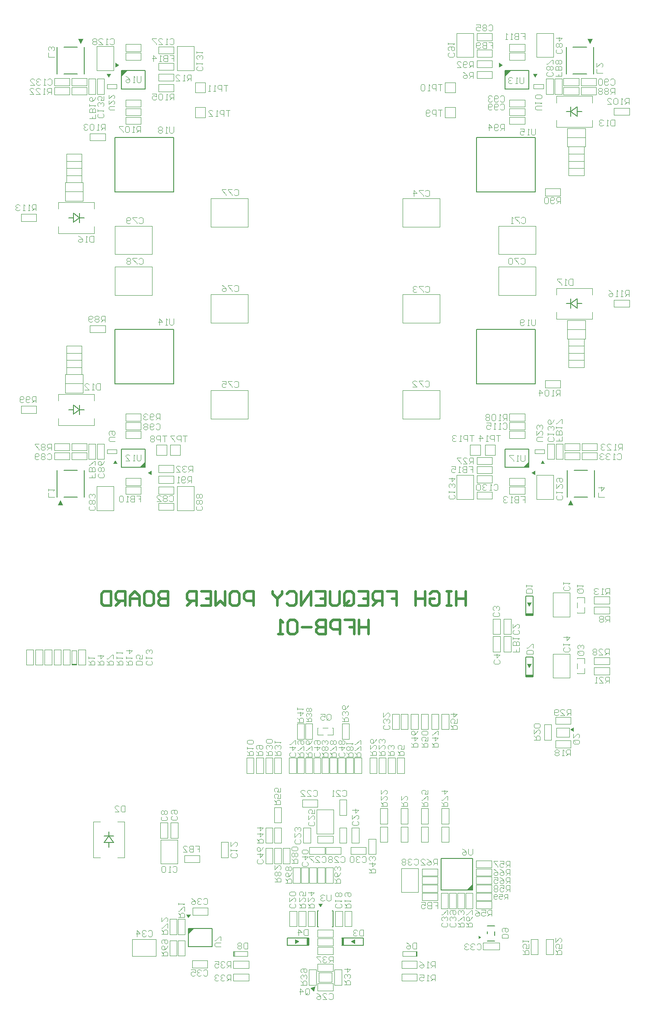
<source format=gbo>
G04 Layer_Color=65535*
%FSLAX44Y44*%
%MOMM*%
G71*
G01*
G75*
%ADD31C,0.2000*%
%ADD32C,0.5000*%
%ADD101C,0.1000*%
%ADD102C,0.1500*%
%ADD104C,0.2500*%
%ADD106C,0.1200*%
G36*
X1025000Y655500D02*
X1020446Y663750D01*
X1029576D01*
X1025000Y655500D01*
D02*
G37*
G36*
X1112250Y530800D02*
X1105250Y535000D01*
X1112250Y539200D01*
Y530800D01*
D02*
G37*
G36*
X914001Y220999D02*
X902000Y221000D01*
X914000Y233000D01*
X914001Y220999D01*
D02*
G37*
G36*
X1110872Y974812D02*
X1100872D01*
X1106128Y984688D01*
X1110872Y974812D01*
D02*
G37*
G36*
X110872D02*
X100872D01*
X106128Y984688D01*
X110872Y974812D01*
D02*
G37*
G36*
X1025000Y775500D02*
X1020446Y783750D01*
X1029576D01*
X1025000Y775500D01*
D02*
G37*
G36*
X615600Y187250D02*
X611400Y194250D01*
X619799D01*
X615600Y187250D01*
D02*
G37*
G36*
X574500Y120000D02*
X566250Y115446D01*
Y124577D01*
X574500Y120000D01*
D02*
G37*
G36*
X683750Y115423D02*
X675500Y120000D01*
X683750Y124554D01*
Y115423D01*
D02*
G37*
G36*
X603000Y22000D02*
X596000Y29000D01*
X596320Y29064D01*
X606000Y32000D01*
X603000Y22000D01*
D02*
G37*
G36*
X356819Y165749D02*
X352469Y173000D01*
X361531Y173000D01*
X356819Y165749D01*
D02*
G37*
G36*
X356750Y134501D02*
X356750Y146000D01*
X368250Y146000D01*
X356750Y134501D01*
D02*
G37*
G36*
X930751Y128126D02*
X925750Y125125D01*
X925750Y131375D01*
X930751Y128126D01*
D02*
G37*
G36*
X284375Y1033644D02*
X277124Y1038356D01*
X284375Y1042706D01*
X284375Y1033644D01*
D02*
G37*
G36*
X220875Y1836644D02*
X213625Y1832294D01*
X213624Y1841356D01*
X220875Y1836644D01*
D02*
G37*
G36*
X977750Y1814500D02*
X977750Y1826000D01*
X989249Y1826000D01*
X977750Y1814500D01*
D02*
G37*
G36*
X225750Y1814500D02*
X225750Y1826000D01*
X237250Y1826000D01*
X225750Y1814500D01*
D02*
G37*
G36*
X1143872Y1878312D02*
X1139128Y1888188D01*
X1149128D01*
X1143872Y1878312D01*
D02*
G37*
G36*
X145872D02*
X141128Y1888188D01*
X151128D01*
X145872Y1878312D01*
D02*
G37*
G36*
X972876Y1836644D02*
X965625Y1832294D01*
X965624Y1841356D01*
X972876Y1836644D01*
D02*
G37*
G36*
X1036600Y1812250D02*
X1032400Y1819250D01*
X1040799D01*
X1036600Y1812250D01*
D02*
G37*
G36*
X1024250Y1049000D02*
X1012750Y1049000D01*
X1024250Y1060499D01*
X1024250Y1049000D01*
D02*
G37*
G36*
X272250D02*
X260751Y1049000D01*
X272250Y1060499D01*
X272250Y1049000D01*
D02*
G37*
G36*
X1036376Y1033644D02*
X1029125Y1038356D01*
X1036375Y1042706D01*
X1036376Y1033644D01*
D02*
G37*
G36*
X200600Y1812250D02*
X196400Y1819250D01*
X204799D01*
X200600Y1812250D01*
D02*
G37*
G36*
X1055600Y1055750D02*
X1047201D01*
X1051400Y1062750D01*
X1055600Y1055750D01*
D02*
G37*
G36*
X217600D02*
X209201D01*
X213400Y1062750D01*
X217600Y1055750D01*
D02*
G37*
D31*
X131250Y1528911D02*
X143750Y1538002D01*
X131250Y1547093D02*
X143750Y1538002D01*
X131250Y1528911D02*
Y1547093D01*
X143750Y1528750D02*
Y1547250D01*
X143750Y1538002D02*
X152750D01*
X122250Y1538000D02*
X131250D01*
X1106250Y1745998D02*
X1118750Y1755089D01*
X1106250Y1745998D02*
X1118750Y1736907D01*
Y1755089D01*
X1106250Y1736750D02*
Y1755250D01*
X1097250Y1745998D02*
X1106250D01*
X1118750Y1746000D02*
X1127750D01*
X1106250Y1369998D02*
X1118750Y1379089D01*
X1106250Y1369998D02*
X1118750Y1360907D01*
Y1379089D01*
X1106250Y1360750D02*
Y1379250D01*
X1097250Y1369998D02*
X1106250D01*
X1118750Y1370000D02*
X1127750D01*
X131250Y1152911D02*
X143750Y1162002D01*
X131250Y1171093D02*
X143750Y1162002D01*
X131250Y1152911D02*
Y1171093D01*
X143750Y1152750D02*
Y1171250D01*
X143750Y1162002D02*
X152750D01*
X122250Y1162000D02*
X131250D01*
X200998Y326750D02*
X210089Y314250D01*
X191907D02*
X200998Y326750D01*
X191907Y314250D02*
X210089D01*
X191750Y326750D02*
X210250D01*
X200998Y326750D02*
Y335750D01*
X201000Y305250D02*
Y314250D01*
D32*
X710000Y749991D02*
Y722000D01*
Y735995D01*
X691339D01*
Y749991D01*
Y722000D01*
X663348Y749991D02*
X682009D01*
Y735995D01*
X672679D01*
X682009D01*
Y722000D01*
X654018D02*
Y749991D01*
X640023D01*
X635358Y745326D01*
Y735995D01*
X640023Y731330D01*
X654018D01*
X626027Y749991D02*
Y722000D01*
X612032D01*
X607366Y726665D01*
Y731330D01*
X612032Y735995D01*
X626027D01*
X612032D01*
X607366Y740661D01*
Y745326D01*
X612032Y749991D01*
X626027D01*
X598036Y735995D02*
X579376D01*
X570045Y745326D02*
X565380Y749991D01*
X556050D01*
X551385Y745326D01*
Y726665D01*
X556050Y722000D01*
X565380D01*
X570045Y726665D01*
Y745326D01*
X542054Y722000D02*
X532724D01*
X537389D01*
Y749991D01*
X542054Y745326D01*
X900000Y805991D02*
Y778000D01*
Y791995D01*
X881339D01*
Y805991D01*
Y778000D01*
X872009Y805991D02*
X862679D01*
X867344D01*
Y778000D01*
X872009D01*
X862679D01*
X830023Y801326D02*
X834688Y805991D01*
X844018D01*
X848683Y801326D01*
Y782665D01*
X844018Y778000D01*
X834688D01*
X830023Y782665D01*
Y791995D01*
X839353D01*
X820692Y805991D02*
Y778000D01*
Y791995D01*
X802032D01*
Y805991D01*
Y778000D01*
X746050Y805991D02*
X764710D01*
Y791995D01*
X755380D01*
X764710D01*
Y778000D01*
X736720D02*
Y805991D01*
X722724D01*
X718059Y801326D01*
Y791995D01*
X722724Y787330D01*
X736720D01*
X727389D02*
X718059Y778000D01*
X690068Y805991D02*
X708728D01*
Y778000D01*
X690068D01*
X708728Y791995D02*
X699398D01*
X662077Y782665D02*
Y801326D01*
X666742Y805991D01*
X676072D01*
X680738Y801326D01*
Y782665D01*
X676072Y778000D01*
X666742D01*
X671407Y787330D02*
X662077Y778000D01*
X666742D02*
X662077Y782665D01*
X652747Y805991D02*
Y782665D01*
X648081Y778000D01*
X638751D01*
X634086Y782665D01*
Y805991D01*
X606095D02*
X624756D01*
Y778000D01*
X606095D01*
X624756Y791995D02*
X615425D01*
X596765Y778000D02*
Y805991D01*
X578104Y778000D01*
Y805991D01*
X550113Y801326D02*
X554778Y805991D01*
X564109D01*
X568774Y801326D01*
Y782665D01*
X564109Y778000D01*
X554778D01*
X550113Y782665D01*
X540783Y805991D02*
Y801326D01*
X531452Y791995D01*
X522122Y801326D01*
Y805991D01*
X531452Y791995D02*
Y778000D01*
X484801D02*
Y805991D01*
X470805D01*
X466140Y801326D01*
Y791995D01*
X470805Y787330D01*
X484801D01*
X442814Y805991D02*
X452145D01*
X456810Y801326D01*
Y782665D01*
X452145Y778000D01*
X442814D01*
X438149Y782665D01*
Y801326D01*
X442814Y805991D01*
X428819D02*
Y778000D01*
X419489Y787330D01*
X410158Y778000D01*
Y805991D01*
X382167D02*
X400828D01*
Y778000D01*
X382167D01*
X400828Y791995D02*
X391498D01*
X372837Y778000D02*
Y805991D01*
X358842D01*
X354176Y801326D01*
Y791995D01*
X358842Y787330D01*
X372837D01*
X363507D02*
X354176Y778000D01*
X316855Y805991D02*
Y778000D01*
X302860D01*
X298195Y782665D01*
Y787330D01*
X302860Y791995D01*
X316855D01*
X302860D01*
X298195Y796661D01*
Y801326D01*
X302860Y805991D01*
X316855D01*
X274869D02*
X284199D01*
X288864Y801326D01*
Y782665D01*
X284199Y778000D01*
X274869D01*
X270204Y782665D01*
Y801326D01*
X274869Y805991D01*
X260873Y778000D02*
Y796661D01*
X251543Y805991D01*
X242213Y796661D01*
Y778000D01*
Y791995D01*
X260873D01*
X232882Y778000D02*
Y805991D01*
X218887D01*
X214222Y801326D01*
Y791995D01*
X218887Y787330D01*
X232882D01*
X223552D02*
X214222Y778000D01*
X204891Y805991D02*
Y778000D01*
X190896D01*
X186231Y782665D01*
Y801326D01*
X190896Y805991D01*
X204891D01*
D101*
X1086000Y1581000D02*
Y1595000D01*
X1056000Y1581000D02*
Y1595000D01*
Y1581000D02*
X1086000D01*
X1056000Y1595000D02*
X1086000D01*
X314000Y1073000D02*
Y1093000D01*
X294000Y1073000D02*
X314000D01*
X294000Y1093000D02*
X314000D01*
X294000Y1092750D02*
Y1093000D01*
Y1073000D02*
Y1092750D01*
X370000Y1783000D02*
Y1802750D01*
Y1803000D01*
X390000D01*
X370000Y1783000D02*
X390000D01*
Y1803000D01*
X341000Y1073000D02*
Y1093000D01*
X321000Y1073000D02*
X341000D01*
X321000Y1093000D02*
X341000D01*
X321000Y1092750D02*
Y1093000D01*
Y1073000D02*
Y1092750D01*
X370000Y1734000D02*
Y1753750D01*
Y1754000D01*
X390000D01*
X370000Y1734000D02*
X390000D01*
Y1754000D01*
X880000Y1734000D02*
Y1754000D01*
X860000Y1734000D02*
X880000D01*
X860000Y1754000D02*
X880000D01*
X860000Y1753750D02*
Y1754000D01*
Y1734000D02*
Y1753750D01*
X909000Y1073000D02*
Y1092750D01*
Y1093000D01*
X929000D01*
X909000Y1073000D02*
X929000D01*
Y1093000D01*
X880000Y1783000D02*
Y1803000D01*
X860000Y1783000D02*
X880000D01*
X860000Y1803000D02*
X880000D01*
X860000Y1802750D02*
Y1803000D01*
Y1783000D02*
Y1802750D01*
X938000Y1073000D02*
Y1092750D01*
Y1093000D01*
X958000D01*
X938000Y1073000D02*
X958000D01*
Y1093000D01*
X653000Y313000D02*
Y343000D01*
X667000Y313000D02*
Y343000D01*
X653000Y313000D02*
X667000D01*
X653000Y343000D02*
X667000D01*
X677000Y343000D02*
X691000D01*
X677000Y313000D02*
X691000D01*
X691000D02*
Y343000D01*
X677000Y313000D02*
Y343000D01*
X656000Y291000D02*
Y305000D01*
X626000Y291000D02*
Y305000D01*
Y291000D02*
X656000D01*
X626000Y305000D02*
X656000D01*
X594000Y291000D02*
Y305000D01*
X624000Y291000D02*
Y305000D01*
X594000Y305000D02*
X624000D01*
X594000Y291000D02*
X624000D01*
X582000Y313000D02*
X596000D01*
X582000Y343000D02*
X596000D01*
X582000Y313000D02*
Y343000D01*
X596000Y313000D02*
Y343000D01*
X641500Y331500D02*
Y378500D01*
X608500D02*
X641500D01*
X608500Y331500D02*
Y378500D01*
Y331500D02*
X641500D01*
X525000Y353000D02*
X539000D01*
X525000Y383000D02*
X539000D01*
X525000Y353000D02*
Y383000D01*
X539000Y353000D02*
Y383000D01*
X525000Y343000D02*
X539000D01*
X525000Y313000D02*
X539000D01*
X539000D02*
Y343000D01*
X525000Y313000D02*
Y343000D01*
Y273000D02*
Y303000D01*
X539000Y273000D02*
Y303000D01*
X525000Y273000D02*
X539000D01*
X525000Y303000D02*
X539000D01*
X542000Y273000D02*
X556000D01*
X542000Y303000D02*
X556000D01*
X542000Y273000D02*
Y303000D01*
X556000Y273000D02*
Y303000D01*
X508000Y313000D02*
X522000D01*
X508000Y343000D02*
X522000D01*
X508000Y313000D02*
Y343000D01*
X522000Y313000D02*
Y343000D01*
Y273000D02*
Y303000D01*
X508000Y273000D02*
Y303000D01*
X508000D02*
X522000D01*
X508000Y273000D02*
X522000D01*
X562000Y265000D02*
X576000D01*
X562000Y235000D02*
X576000D01*
X576000D02*
Y265000D01*
X562000Y235000D02*
Y265000D01*
X578000Y265000D02*
X592000D01*
X578000Y235000D02*
X592000D01*
X592000D02*
Y265000D01*
X578000Y235000D02*
Y265000D01*
X626000Y235000D02*
X640000D01*
X626000Y265000D02*
X640000D01*
X626000Y235000D02*
Y265000D01*
X640000Y235000D02*
Y265000D01*
X675000Y305000D02*
X705000D01*
X675000Y291000D02*
X705000D01*
X675000Y291000D02*
Y305000D01*
X705000Y291000D02*
Y305000D01*
X733000Y351000D02*
X747000D01*
X733000Y381000D02*
X747000D01*
X733000Y351000D02*
Y381000D01*
X747000Y351000D02*
Y381000D01*
X773000Y351000D02*
X787000D01*
X773000Y381000D02*
X787000D01*
X773000Y351000D02*
Y381000D01*
X787000Y351000D02*
Y381000D01*
X813000Y351000D02*
X827000D01*
X813000Y381000D02*
X827000D01*
X813000Y351000D02*
Y381000D01*
X827000Y351000D02*
Y381000D01*
X853000Y351000D02*
X867000D01*
X853000Y381000D02*
X867000D01*
X853000Y351000D02*
Y381000D01*
X867000Y351000D02*
Y381000D01*
X724000Y291000D02*
Y321000D01*
X710000Y291000D02*
Y321000D01*
X710000D02*
X724000D01*
X710000Y291000D02*
X724000D01*
X853000Y345000D02*
X867000D01*
X853000Y315000D02*
X867000D01*
X867000D02*
Y345000D01*
X853000Y315000D02*
Y345000D01*
X852000Y185000D02*
X866000D01*
X852000Y215000D02*
X866000D01*
X852000Y185000D02*
Y215000D01*
X866000Y185000D02*
Y215000D01*
X868000Y185000D02*
X882000D01*
X868000Y215000D02*
X882000D01*
X868000Y185000D02*
Y215000D01*
X882000Y185000D02*
Y215000D01*
X884000Y185000D02*
X898000D01*
X884000Y215000D02*
X898000D01*
X884000Y185000D02*
Y215000D01*
X898000Y185000D02*
Y215000D01*
X900000Y185000D02*
X914000D01*
X900000Y215000D02*
X914000D01*
X900000Y185000D02*
Y215000D01*
X914000Y185000D02*
Y215000D01*
X921000Y201000D02*
Y215000D01*
X951000Y201000D02*
Y215000D01*
X921000Y215000D02*
X951000D01*
X921000Y201000D02*
X951000D01*
X921000Y185000D02*
Y199000D01*
X951000Y185000D02*
Y199000D01*
X921000Y199000D02*
X951000D01*
X921000Y185000D02*
X951000D01*
X921000Y217000D02*
Y231000D01*
X951000Y217000D02*
Y231000D01*
X921000Y231000D02*
X951000D01*
X921000Y217000D02*
X951000D01*
X951000Y265000D02*
Y279000D01*
X921000Y265000D02*
Y279000D01*
Y265000D02*
X951000D01*
X921000Y279000D02*
X951000D01*
X921000Y233000D02*
Y247000D01*
X951000Y233000D02*
Y247000D01*
X921000Y247000D02*
X951000D01*
X921000Y233000D02*
X951000D01*
X921000Y249000D02*
Y263000D01*
X951000Y249000D02*
Y263000D01*
X921000Y263000D02*
X951000D01*
X921000Y249000D02*
X951000D01*
X815000Y201000D02*
X845000D01*
X815000Y215000D02*
X845000D01*
Y201000D02*
Y215000D01*
X815000Y201000D02*
Y215000D01*
X555000Y150000D02*
X569000D01*
X555000Y180000D02*
X569000D01*
X555000Y150000D02*
Y180000D01*
X569000Y150000D02*
Y180000D01*
X573000Y180000D02*
X587000D01*
X573000Y150000D02*
X587000D01*
X587000D02*
Y180000D01*
X573000Y150000D02*
Y180000D01*
X591000Y150000D02*
X605000D01*
X591000Y180000D02*
X605000D01*
X591000Y150000D02*
Y180000D01*
X605000Y150000D02*
Y180000D01*
X645000Y150000D02*
X659000D01*
X645000Y180000D02*
X659000D01*
X645000Y150000D02*
Y180000D01*
X659000Y150000D02*
Y180000D01*
X663000Y150000D02*
X677000D01*
X663000Y180000D02*
X677000D01*
X663000Y150000D02*
Y180000D01*
X677000Y150000D02*
Y180000D01*
X302000Y323000D02*
Y353000D01*
X316000Y323000D02*
Y353000D01*
X302000Y323000D02*
X316000D01*
X302000Y353000D02*
X316000D01*
X322000D02*
X336000D01*
X322000Y323000D02*
X336000D01*
X336000D02*
Y353000D01*
X322000Y323000D02*
Y353000D01*
X335500Y272500D02*
Y319500D01*
X302500D02*
X335500D01*
X302500Y272500D02*
Y319500D01*
Y272500D02*
X335500D01*
X610000Y62000D02*
Y76000D01*
X640000Y62000D02*
Y76000D01*
X610000Y76000D02*
X640000D01*
X610000Y62000D02*
X640000D01*
X637500Y41000D02*
Y59000D01*
X612500Y41000D02*
Y59000D01*
X637500D01*
X612500Y41000D02*
X637500D01*
X640000Y24000D02*
Y38000D01*
X610000Y24000D02*
Y38000D01*
Y24000D02*
X640000D01*
X610000Y38000D02*
X640000D01*
X593000Y65000D02*
X607000D01*
X593000Y35000D02*
X607000D01*
X607000D02*
Y65000D01*
X593000Y35000D02*
Y65000D01*
X643000Y65000D02*
X657000D01*
X643000Y35000D02*
X657000D01*
X657000D02*
Y65000D01*
X643000Y35000D02*
Y65000D01*
X777000Y100500D02*
X805000Y100500D01*
X777000Y91500D02*
X805000Y91500D01*
Y100500D01*
X804000Y91500D02*
Y100500D01*
X777000Y91500D02*
Y100500D01*
X803000Y91500D02*
Y100500D01*
X805000Y68000D02*
Y82000D01*
X775000Y68000D02*
Y82000D01*
Y68000D02*
X805000D01*
X775000Y82000D02*
X805000D01*
X775000Y43000D02*
Y57000D01*
X805000Y43000D02*
Y57000D01*
X775000Y57000D02*
X805000D01*
X775000Y43000D02*
X805000D01*
X966000Y104000D02*
Y118000D01*
X934000Y104000D02*
Y118000D01*
Y104000D02*
X966000D01*
X934000Y118000D02*
X966000D01*
X1028000Y125000D02*
X1042000D01*
X1028000Y95000D02*
X1042000D01*
X1042000D02*
Y125000D01*
X1028000Y95000D02*
Y125000D01*
X1058000Y125000D02*
X1072000D01*
X1058000Y95000D02*
X1072000D01*
X1072000D02*
Y125000D01*
X1058000Y95000D02*
Y125000D01*
X421000Y285000D02*
X435000D01*
X421000Y315000D02*
X435000D01*
X421000Y285000D02*
Y315000D01*
X435000Y285000D02*
Y315000D01*
X445000Y91500D02*
X473000Y91500D01*
X445000Y100500D02*
X473000Y100500D01*
X445000Y91500D02*
Y100500D01*
X446000Y91500D02*
Y100500D01*
X473000Y91500D02*
Y100500D01*
X447000Y91500D02*
Y100500D01*
X445000Y68000D02*
Y82000D01*
X475000Y68000D02*
Y82000D01*
X445000Y82000D02*
X475000D01*
X445000Y68000D02*
X475000D01*
X475000Y43000D02*
Y57000D01*
X445000Y43000D02*
Y57000D01*
Y43000D02*
X475000D01*
X445000Y57000D02*
X475000D01*
X336000Y122000D02*
X350000D01*
X336000Y92000D02*
X350000D01*
X350000D02*
Y122000D01*
X336000Y92000D02*
Y122000D01*
Y134000D02*
X350000D01*
X336000Y164000D02*
X350000D01*
X336000Y134000D02*
Y164000D01*
X350000Y134000D02*
Y164000D01*
X320000Y134000D02*
X334000D01*
X320000Y164000D02*
X334000D01*
X320000Y134000D02*
Y164000D01*
X334000Y134000D02*
Y164000D01*
X320000Y122000D02*
X334000D01*
X320000Y92000D02*
X334000D01*
X334000D02*
Y122000D01*
X320000Y92000D02*
Y122000D01*
X246500Y91500D02*
X293500D01*
Y124500D01*
X246500D02*
X293500D01*
X246500Y91500D02*
Y124500D01*
X364000Y69000D02*
Y83000D01*
X394000Y69000D02*
Y83000D01*
X364000Y83000D02*
X394000D01*
X364000Y69000D02*
X394000D01*
X1054000Y545000D02*
X1068000D01*
X1054000Y515000D02*
X1068000D01*
X1068000D02*
Y545000D01*
X1054000Y515000D02*
Y545000D01*
X1076000Y560000D02*
X1106000D01*
X1076000Y546000D02*
X1106000D01*
X1076000Y546000D02*
Y560000D01*
X1106000Y546000D02*
Y560000D01*
X1078500Y521000D02*
Y539000D01*
X1103500Y521000D02*
Y539000D01*
X1078500Y521000D02*
X1103500D01*
X1078500Y539000D02*
X1103500D01*
X1106000Y500000D02*
Y514000D01*
X1076000Y500000D02*
Y514000D01*
Y500000D02*
X1106000D01*
X1076000Y514000D02*
X1106000D01*
X793000Y566000D02*
X807000D01*
X793000Y536000D02*
X807000D01*
X807000D02*
Y566000D01*
X793000Y536000D02*
Y566000D01*
X833000Y566000D02*
X847000D01*
X833000Y536000D02*
X847000D01*
X847000D02*
Y566000D01*
X833000Y536000D02*
Y566000D01*
X813000Y566000D02*
X827000D01*
X813000Y536000D02*
X827000D01*
X827000D02*
Y566000D01*
X813000Y536000D02*
Y566000D01*
X773000Y566000D02*
X787000D01*
X773000Y536000D02*
X787000D01*
X787000D02*
Y566000D01*
X773000Y536000D02*
Y566000D01*
X756000Y566000D02*
X770000D01*
X756000Y536000D02*
X770000D01*
X770000D02*
Y566000D01*
X756000Y536000D02*
Y566000D01*
X853000Y536000D02*
X867000D01*
X853000Y566000D02*
X867000D01*
X853000Y536000D02*
Y566000D01*
X867000Y536000D02*
Y566000D01*
X586000Y517000D02*
X600000D01*
X586000Y547000D02*
X600000D01*
X586000Y517000D02*
Y547000D01*
X600000Y517000D02*
Y547000D01*
X570000Y547000D02*
X584000D01*
X570000Y517000D02*
X584000D01*
X584000D02*
Y547000D01*
X570000Y517000D02*
Y547000D01*
X620000Y539000D02*
X630000D01*
X629500Y525000D02*
X640000D01*
Y539000D01*
X610000Y525000D02*
Y539000D01*
Y525000D02*
X620500D01*
X610000Y539000D02*
X611000D01*
X639000D02*
X640000D01*
X658000Y547000D02*
X672000D01*
X658000Y517000D02*
X672000D01*
X672000D02*
Y547000D01*
X658000Y517000D02*
Y547000D01*
X471000Y450000D02*
X485000D01*
X471000Y480000D02*
X485000D01*
X471000Y450000D02*
Y480000D01*
X485000Y450000D02*
Y480000D01*
X490000D02*
X504000D01*
X490000Y450000D02*
X504000D01*
X504000D02*
Y480000D01*
X490000Y450000D02*
Y480000D01*
X508000Y480000D02*
X522000D01*
X508000Y450000D02*
X522000D01*
X522000D02*
Y480000D01*
X508000Y450000D02*
Y480000D01*
X525000Y450000D02*
X539000D01*
X525000Y480000D02*
X539000D01*
X525000Y450000D02*
Y480000D01*
X539000Y450000D02*
Y480000D01*
X554000Y450000D02*
X568000D01*
X554000Y480000D02*
X568000D01*
X554000Y450000D02*
Y480000D01*
X568000Y450000D02*
Y480000D01*
X570000Y480000D02*
X584000D01*
X570000Y450000D02*
X584000D01*
X584000D02*
Y480000D01*
X570000Y450000D02*
Y480000D01*
X586000Y480000D02*
X600000D01*
X586000Y450000D02*
X600000D01*
X600000D02*
Y480000D01*
X586000Y450000D02*
Y480000D01*
X602000Y450000D02*
X616000D01*
X602000Y480000D02*
X616000D01*
X602000Y450000D02*
Y480000D01*
X616000Y450000D02*
Y480000D01*
X618000Y480000D02*
X632000D01*
X618000Y450000D02*
X632000D01*
X632000D02*
Y480000D01*
X618000Y450000D02*
Y480000D01*
X634000D02*
X648000D01*
X634000Y450000D02*
X648000D01*
X648000D02*
Y480000D01*
X634000Y450000D02*
Y480000D01*
X650000Y450000D02*
X664000D01*
X650000Y480000D02*
X664000D01*
X650000Y450000D02*
Y480000D01*
X664000Y450000D02*
Y480000D01*
X666000Y480000D02*
X680000D01*
X666000Y450000D02*
X680000D01*
X680000D02*
Y480000D01*
X666000Y450000D02*
Y480000D01*
X682000Y480000D02*
X696000D01*
X682000Y450000D02*
X696000D01*
X696000D02*
Y480000D01*
X682000Y450000D02*
Y480000D01*
X712000Y450000D02*
X726000D01*
X712000Y480000D02*
X726000D01*
X712000Y450000D02*
Y480000D01*
X726000Y450000D02*
Y480000D01*
X730000Y450000D02*
X744000D01*
X730000Y480000D02*
X744000D01*
X730000Y450000D02*
Y480000D01*
X744000Y450000D02*
Y480000D01*
X748000Y450000D02*
X762000D01*
X748000Y480000D02*
X762000D01*
X748000Y450000D02*
Y480000D01*
X762000Y450000D02*
Y480000D01*
X766000Y450000D02*
X780000D01*
X766000Y480000D02*
X780000D01*
X766000Y450000D02*
Y480000D01*
X780000Y450000D02*
Y480000D01*
X264000Y1721000D02*
Y1735000D01*
X234000Y1721000D02*
Y1735000D01*
Y1721000D02*
X264000D01*
X234000Y1735000D02*
X264000D01*
X210500Y1826500D02*
Y1873500D01*
X177500D02*
X210500D01*
X177500Y1826500D02*
Y1873500D01*
Y1826500D02*
X210500D01*
X367500D02*
Y1873500D01*
X334500D02*
X367500D01*
X334500Y1826500D02*
Y1873500D01*
Y1826500D02*
X367500D01*
X298000Y1859000D02*
Y1873000D01*
X328000Y1859000D02*
Y1873000D01*
X298000Y1873000D02*
X328000D01*
X298000Y1859000D02*
X328000D01*
X298000Y1841000D02*
X328000D01*
X298000Y1827000D02*
X328000D01*
X298000Y1827000D02*
Y1841000D01*
X328000Y1827000D02*
Y1841000D01*
X328000Y1806000D02*
Y1820000D01*
X298000Y1806000D02*
Y1820000D01*
Y1806000D02*
X328000D01*
X298000Y1820000D02*
X328000D01*
X328000Y1785000D02*
Y1799000D01*
X298000Y1785000D02*
Y1799000D01*
Y1785000D02*
X328000D01*
X298000Y1799000D02*
X328000D01*
X197500Y1791000D02*
Y1799000D01*
X216500Y1791000D02*
Y1799000D01*
X197500D02*
X216500D01*
X197500Y1791000D02*
X216500D01*
X161000Y1780000D02*
Y1810000D01*
X175000Y1780000D02*
Y1810000D01*
X161000Y1780000D02*
X175000D01*
X161000Y1810000D02*
X175000D01*
X178000Y1780000D02*
X192000D01*
X178000Y1810000D02*
X192000D01*
X178000Y1780000D02*
Y1810000D01*
X192000Y1780000D02*
Y1810000D01*
X158000Y1797000D02*
Y1811000D01*
X128000Y1797000D02*
Y1811000D01*
Y1797000D02*
X158000D01*
X128000Y1811000D02*
X158000D01*
X124000Y1797000D02*
Y1811000D01*
X94000Y1797000D02*
Y1811000D01*
Y1797000D02*
X124000D01*
X94000Y1811000D02*
X124000D01*
X128000Y1779000D02*
Y1793000D01*
X158000Y1779000D02*
Y1793000D01*
X128000Y1793000D02*
X158000D01*
X128000Y1779000D02*
X158000D01*
X94000D02*
Y1793000D01*
X124000Y1779000D02*
Y1793000D01*
X94000Y1793000D02*
X124000D01*
X94000Y1779000D02*
X124000D01*
X177500Y964500D02*
Y1011500D01*
Y964500D02*
X210500D01*
Y1011500D01*
X177500D02*
X210500D01*
X158000Y1064000D02*
Y1078000D01*
X128000Y1064000D02*
Y1078000D01*
Y1064000D02*
X158000D01*
X128000Y1078000D02*
X158000D01*
X124000Y1064000D02*
Y1078000D01*
X94000Y1064000D02*
Y1078000D01*
Y1064000D02*
X124000D01*
X94000Y1078000D02*
X124000D01*
X94000Y1082000D02*
Y1096000D01*
X124000Y1082000D02*
Y1096000D01*
X94000Y1096000D02*
X124000D01*
X94000Y1082000D02*
X124000D01*
X175000Y1065000D02*
Y1095000D01*
X161000Y1065000D02*
Y1095000D01*
X161000D02*
X175000D01*
X161000Y1065000D02*
X175000D01*
X178000Y1095000D02*
X192000D01*
X178000Y1065000D02*
X192000D01*
X192000D02*
Y1095000D01*
X178000Y1065000D02*
Y1095000D01*
X216500Y1076000D02*
Y1084000D01*
X197500Y1076000D02*
Y1084000D01*
Y1076000D02*
X216500D01*
X197500Y1084000D02*
X216500D01*
X234000Y1140000D02*
Y1154000D01*
X264000Y1140000D02*
Y1154000D01*
X234000Y1154000D02*
X264000D01*
X234000Y1140000D02*
X264000D01*
X264000Y1123000D02*
Y1137000D01*
X234000Y1123000D02*
Y1137000D01*
Y1123000D02*
X264000D01*
X234000Y1137000D02*
X264000D01*
Y1106000D02*
Y1120000D01*
X234000Y1106000D02*
Y1120000D01*
Y1106000D02*
X264000D01*
X234000Y1120000D02*
X264000D01*
X328000Y1039000D02*
Y1053000D01*
X298000Y1039000D02*
Y1053000D01*
Y1039000D02*
X328000D01*
X298000Y1053000D02*
X328000D01*
X328000Y1018000D02*
Y1032000D01*
X298000Y1018000D02*
Y1032000D01*
Y1018000D02*
X328000D01*
X298000Y1032000D02*
X328000D01*
X298000Y1011000D02*
X328000D01*
X298000Y997000D02*
X328000D01*
X298000Y997000D02*
Y1011000D01*
X328000Y997000D02*
Y1011000D01*
X298000Y965000D02*
Y979000D01*
X328000Y965000D02*
Y979000D01*
X298000Y979000D02*
X328000D01*
X298000Y965000D02*
X328000D01*
X334500Y964500D02*
Y1011500D01*
Y964500D02*
X367500D01*
Y1011500D01*
X334500D02*
X367500D01*
X212750Y1521750D02*
X285250D01*
Y1466250D02*
Y1521750D01*
X212750Y1466250D02*
Y1521750D01*
Y1466250D02*
X285250D01*
X212750Y1441750D02*
X285250D01*
Y1386250D02*
Y1441750D01*
X212750Y1386250D02*
Y1441750D01*
Y1386250D02*
X285250D01*
X915500Y1852500D02*
Y1899500D01*
X882500D02*
X915500D01*
X882500Y1852500D02*
Y1899500D01*
Y1852500D02*
X915500D01*
X952000Y1885000D02*
Y1899000D01*
X922000Y1885000D02*
Y1899000D01*
Y1885000D02*
X952000D01*
X922000Y1899000D02*
X952000D01*
X922000Y1853000D02*
X952000D01*
X922000Y1867000D02*
X952000D01*
Y1853000D02*
Y1867000D01*
X922000Y1853000D02*
Y1867000D01*
X922000Y1832000D02*
Y1846000D01*
X952000Y1832000D02*
Y1846000D01*
X922000Y1846000D02*
X952000D01*
X922000Y1832000D02*
X952000D01*
X922000Y1811000D02*
Y1825000D01*
X952000Y1811000D02*
Y1825000D01*
X922000Y1825000D02*
X952000D01*
X922000Y1811000D02*
X952000D01*
X986000Y1878000D02*
X1016000D01*
X986000Y1864000D02*
X1016000D01*
X986000Y1864000D02*
Y1878000D01*
X1016000Y1864000D02*
Y1878000D01*
X986000Y1847000D02*
Y1861000D01*
X1016000Y1847000D02*
Y1861000D01*
X986000Y1861000D02*
X1016000D01*
X986000Y1847000D02*
X1016000D01*
X1072500Y1852500D02*
Y1899500D01*
X1039500D02*
X1072500D01*
X1039500Y1852500D02*
Y1899500D01*
Y1852500D02*
X1072500D01*
X986000Y1755000D02*
Y1769000D01*
X1016000Y1755000D02*
Y1769000D01*
X986000Y1769000D02*
X1016000D01*
X986000Y1755000D02*
X1016000D01*
X986000Y1721000D02*
Y1735000D01*
X1016000Y1721000D02*
Y1735000D01*
X986000Y1735000D02*
X1016000D01*
X986000Y1721000D02*
X1016000D01*
X986000Y1738000D02*
Y1752000D01*
X1016000Y1738000D02*
Y1752000D01*
X986000Y1752000D02*
X1016000D01*
X986000Y1738000D02*
X1016000D01*
X1033500Y1791000D02*
Y1799000D01*
X1052500Y1791000D02*
Y1799000D01*
X1033500D02*
X1052500D01*
X1033500Y1791000D02*
X1052500D01*
X1058000Y1780000D02*
X1072000D01*
X1058000Y1810000D02*
X1072000D01*
X1058000Y1780000D02*
Y1810000D01*
X1072000Y1780000D02*
Y1810000D01*
X1075000Y1780000D02*
Y1810000D01*
X1089000Y1780000D02*
Y1810000D01*
X1075000Y1780000D02*
X1089000D01*
X1075000Y1810000D02*
X1089000D01*
X1092000Y1797000D02*
Y1811000D01*
X1122000Y1797000D02*
Y1811000D01*
X1092000Y1811000D02*
X1122000D01*
X1092000Y1797000D02*
X1122000D01*
X1126000D02*
Y1811000D01*
X1156000Y1797000D02*
Y1811000D01*
X1126000Y1811000D02*
X1156000D01*
X1126000Y1797000D02*
X1156000D01*
X1156000Y1779000D02*
Y1793000D01*
X1126000Y1779000D02*
Y1793000D01*
Y1779000D02*
X1156000D01*
X1126000Y1793000D02*
X1156000D01*
X1099500Y1695000D02*
Y1713000D01*
X1134500Y1695000D02*
Y1713000D01*
X1099500D02*
X1134500D01*
X1099500Y1695000D02*
X1134500D01*
X400750Y1575750D02*
X473250D01*
Y1520250D02*
Y1575750D01*
X400750Y1520250D02*
Y1575750D01*
Y1520250D02*
X473250D01*
X400750Y1387750D02*
X473250D01*
Y1332250D02*
Y1387750D01*
X400750Y1332250D02*
Y1387750D01*
Y1332250D02*
X473250D01*
X400750Y1199750D02*
X473250D01*
Y1144250D02*
Y1199750D01*
X400750Y1144250D02*
Y1199750D01*
Y1144250D02*
X473250D01*
X776750Y1199750D02*
X849250D01*
Y1144250D02*
Y1199750D01*
X776750Y1144250D02*
Y1199750D01*
Y1144250D02*
X849250D01*
X776750Y1575750D02*
X849250D01*
Y1520250D02*
Y1575750D01*
X776750Y1520250D02*
Y1575750D01*
Y1520250D02*
X849250D01*
X776750Y1387750D02*
X849250D01*
Y1332250D02*
Y1387750D01*
X776750Y1332250D02*
Y1387750D01*
Y1332250D02*
X849250D01*
X964750Y1441750D02*
X1037250D01*
Y1386250D02*
Y1441750D01*
X964750Y1386250D02*
Y1441750D01*
Y1386250D02*
X1037250D01*
X964750Y1521750D02*
X1037250D01*
Y1466250D02*
Y1521750D01*
X964750Y1466250D02*
Y1521750D01*
Y1466250D02*
X1037250D01*
X1132000Y1245000D02*
Y1259000D01*
X1102000Y1245000D02*
Y1259000D01*
Y1245000D02*
X1132000D01*
X1102000Y1259000D02*
X1132000D01*
X1086000Y1205000D02*
Y1219000D01*
X1056000Y1205000D02*
Y1219000D01*
Y1205000D02*
X1086000D01*
X1056000Y1219000D02*
X1086000D01*
X922000Y1037000D02*
Y1051000D01*
X952000Y1037000D02*
Y1051000D01*
X922000Y1051000D02*
X952000D01*
X922000Y1037000D02*
X952000D01*
X922000Y1019000D02*
X952000D01*
X922000Y1033000D02*
X952000D01*
Y1019000D02*
Y1033000D01*
X922000Y1019000D02*
Y1033000D01*
X952000Y987000D02*
Y1001000D01*
X922000Y987000D02*
Y1001000D01*
Y987000D02*
X952000D01*
X922000Y1001000D02*
X952000D01*
X882500Y986500D02*
Y1033500D01*
Y986500D02*
X915500D01*
Y1033500D01*
X882500D02*
X915500D01*
X1016000Y1140000D02*
Y1154000D01*
X986000Y1140000D02*
Y1154000D01*
Y1140000D02*
X1016000D01*
X986000Y1154000D02*
X1016000D01*
X1016000Y1123000D02*
Y1137000D01*
X986000Y1123000D02*
Y1137000D01*
Y1123000D02*
X1016000D01*
X986000Y1137000D02*
X1016000D01*
X1016000Y1106000D02*
Y1120000D01*
X986000Y1106000D02*
Y1120000D01*
Y1106000D02*
X1016000D01*
X986000Y1120000D02*
X1016000D01*
X986000Y997000D02*
X1016000D01*
X986000Y1011000D02*
X1016000D01*
Y997000D02*
Y1011000D01*
X986000Y997000D02*
Y1011000D01*
X1054500Y1076000D02*
Y1084000D01*
X1035500Y1076000D02*
Y1084000D01*
Y1076000D02*
X1054500D01*
X1035500Y1084000D02*
X1054500D01*
X1039500Y986500D02*
Y1033500D01*
Y986500D02*
X1072500D01*
Y1033500D01*
X1039500D02*
X1072500D01*
X1060000Y1095000D02*
X1074000D01*
X1060000Y1065000D02*
X1074000D01*
X1074000D02*
Y1095000D01*
X1060000Y1065000D02*
Y1095000D01*
X1091000Y1065000D02*
Y1095000D01*
X1077000Y1065000D02*
Y1095000D01*
X1077000D02*
X1091000D01*
X1077000Y1065000D02*
X1091000D01*
X1124000Y1082000D02*
Y1096000D01*
X1094000Y1082000D02*
Y1096000D01*
Y1082000D02*
X1124000D01*
X1094000Y1096000D02*
X1124000D01*
X1094000Y1064000D02*
Y1078000D01*
X1124000Y1064000D02*
Y1078000D01*
X1094000Y1078000D02*
X1124000D01*
X1094000Y1064000D02*
X1124000D01*
X1158000Y1082000D02*
Y1096000D01*
X1128000Y1082000D02*
Y1096000D01*
Y1082000D02*
X1158000D01*
X1128000Y1096000D02*
X1158000D01*
X1128000Y1064000D02*
Y1078000D01*
X1158000Y1064000D02*
Y1078000D01*
X1128000Y1078000D02*
X1158000D01*
X1128000Y1064000D02*
X1158000D01*
X1152000Y782000D02*
Y796000D01*
X1182000Y782000D02*
Y796000D01*
X1152000Y796000D02*
X1182000D01*
X1152000Y782000D02*
X1182000D01*
X1182000Y762000D02*
Y776000D01*
X1152000Y762000D02*
Y776000D01*
Y762000D02*
X1182000D01*
X1152000Y776000D02*
X1182000D01*
X1119000Y774000D02*
Y784000D01*
X1133000Y783500D02*
Y794000D01*
X1119000D02*
X1133000D01*
X1119000Y764000D02*
X1133000D01*
Y774500D01*
X1119000Y764000D02*
Y765000D01*
Y793000D02*
Y794000D01*
X1104500Y756500D02*
Y803500D01*
X1071500D02*
X1104500D01*
X1071500Y756500D02*
Y803500D01*
Y756500D02*
X1104500D01*
X968000Y688000D02*
Y718000D01*
X954000Y688000D02*
Y718000D01*
X954000D02*
X968000D01*
X954000Y688000D02*
X968000D01*
X954000Y752000D02*
X968000D01*
X954000Y722000D02*
X968000D01*
X968000D02*
Y752000D01*
X954000Y722000D02*
Y752000D01*
X975000Y722000D02*
Y752000D01*
X989000Y722000D02*
Y752000D01*
X975000Y722000D02*
X989000D01*
X975000Y752000D02*
X989000D01*
X975000Y688000D02*
Y718000D01*
X989000Y688000D02*
Y718000D01*
X975000Y688000D02*
X989000D01*
X975000Y718000D02*
X989000D01*
X1104500Y636500D02*
Y683500D01*
X1071500D02*
X1104500D01*
X1071500Y636500D02*
Y683500D01*
Y636500D02*
X1104500D01*
X1119000Y655000D02*
Y665000D01*
X1133000Y664500D02*
Y675000D01*
X1119000D02*
X1133000D01*
X1119000Y645000D02*
X1133000D01*
Y655500D01*
X1119000Y645000D02*
Y646000D01*
Y674000D02*
Y675000D01*
X1152000Y663000D02*
Y677000D01*
X1182000Y663000D02*
Y677000D01*
X1152000Y677000D02*
X1182000D01*
X1152000Y663000D02*
X1182000D01*
X1182000Y643000D02*
Y657000D01*
X1152000Y643000D02*
Y657000D01*
Y643000D02*
X1182000D01*
X1152000Y657000D02*
X1182000D01*
X39000Y692000D02*
X53000D01*
X39000Y662000D02*
X53000D01*
X53000D02*
Y692000D01*
X39000Y662000D02*
Y692000D01*
X57000Y662000D02*
X71000D01*
X57000Y692000D02*
X71000D01*
X57000Y662000D02*
Y692000D01*
X71000Y662000D02*
Y692000D01*
X75000D02*
X89000D01*
X75000Y662000D02*
X89000D01*
X89000D02*
Y692000D01*
X75000Y662000D02*
Y692000D01*
X93000Y662000D02*
X107000D01*
X93000Y692000D02*
X107000D01*
X93000Y662000D02*
Y692000D01*
X107000Y662000D02*
Y692000D01*
X111000Y692000D02*
X125000D01*
X111000Y662000D02*
X125000D01*
X125000D02*
Y692000D01*
X111000Y662000D02*
Y692000D01*
X137500Y662000D02*
X137500Y690000D01*
X128500Y662000D02*
X128500Y690000D01*
X128500Y662000D02*
X137500D01*
X128500Y663000D02*
X137500D01*
X128500Y690000D02*
X137500D01*
X128500Y664000D02*
X137500D01*
X141000Y662000D02*
X155000D01*
X141000Y692000D02*
X155000D01*
X141000Y662000D02*
Y692000D01*
X155000Y662000D02*
Y692000D01*
X813000Y345000D02*
X827000D01*
X813000Y315000D02*
X827000D01*
X827000D02*
Y345000D01*
X813000Y315000D02*
Y345000D01*
X815000Y233000D02*
Y247000D01*
X845000Y233000D02*
Y247000D01*
X815000Y247000D02*
X845000D01*
X815000Y233000D02*
X845000D01*
X815000Y217000D02*
Y231000D01*
X845000Y217000D02*
Y231000D01*
X815000Y231000D02*
X845000D01*
X815000Y217000D02*
X845000D01*
X845000Y249000D02*
Y263000D01*
X815000Y249000D02*
Y263000D01*
Y249000D02*
X845000D01*
X815000Y263000D02*
X845000D01*
X1122000Y1779000D02*
Y1793000D01*
X1092000Y1779000D02*
Y1793000D01*
Y1779000D02*
X1122000D01*
X1092000Y1793000D02*
X1122000D01*
X1099500Y1301000D02*
Y1319000D01*
X1134500Y1301000D02*
Y1319000D01*
X1099500D02*
X1134500D01*
X1099500Y1301000D02*
X1134500D01*
X1099500Y1319000D02*
Y1337000D01*
X1134500Y1319000D02*
Y1337000D01*
X1099500D02*
X1134500D01*
X1099500Y1319000D02*
X1134500D01*
X1099500Y1677000D02*
Y1695000D01*
X1134500Y1677000D02*
Y1695000D01*
X1099500D02*
X1134500D01*
X1099500Y1677000D02*
X1134500D01*
X1221000Y1363000D02*
Y1377000D01*
X1191000Y1363000D02*
Y1377000D01*
Y1363000D02*
X1221000D01*
X1191000Y1377000D02*
X1221000D01*
X1221000Y1739000D02*
Y1753000D01*
X1191000Y1739000D02*
Y1753000D01*
Y1739000D02*
X1221000D01*
X1191000Y1753000D02*
X1221000D01*
X29000Y1531000D02*
Y1545000D01*
X59000Y1531000D02*
Y1545000D01*
X29000Y1545000D02*
X59000D01*
X29000Y1531000D02*
X59000D01*
X29000Y1155000D02*
Y1169000D01*
X59000Y1155000D02*
Y1169000D01*
X29000Y1169000D02*
X59000D01*
X29000Y1155000D02*
X59000D01*
X115500Y1589000D02*
Y1607000D01*
X150500Y1589000D02*
Y1607000D01*
X115500D02*
X150500D01*
X115500Y1589000D02*
X150500D01*
X115500Y1571000D02*
Y1589000D01*
X150500Y1571000D02*
Y1589000D01*
X115500D02*
X150500D01*
X115500Y1571000D02*
X150500D01*
X115500Y1213000D02*
Y1231000D01*
X150500Y1213000D02*
Y1231000D01*
X115500D02*
X150500D01*
X115500Y1213000D02*
X150500D01*
X115500Y1195000D02*
Y1213000D01*
X150500Y1195000D02*
Y1213000D01*
X115500D02*
X150500D01*
X115500Y1195000D02*
X150500D01*
X194000Y1689000D02*
Y1703000D01*
X164000Y1689000D02*
Y1703000D01*
Y1689000D02*
X194000D01*
X164000Y1703000D02*
X194000D01*
X194000Y1313000D02*
Y1327000D01*
X164000Y1313000D02*
Y1327000D01*
Y1313000D02*
X194000D01*
X164000Y1327000D02*
X194000D01*
X128000Y1082000D02*
Y1096000D01*
X158000Y1082000D02*
Y1096000D01*
X128000Y1096000D02*
X158000D01*
X128000Y1082000D02*
X158000D01*
X349000Y289000D02*
X379000D01*
X349000Y275000D02*
X379000D01*
X349000Y275000D02*
Y289000D01*
X379000Y275000D02*
Y289000D01*
X610000Y95000D02*
X640000D01*
X610000Y109000D02*
X640000D01*
Y95000D02*
Y109000D01*
X610000Y95000D02*
Y109000D01*
X234000Y1878000D02*
X264000D01*
X234000Y1864000D02*
X264000D01*
X234000Y1864000D02*
Y1878000D01*
X264000Y1864000D02*
Y1878000D01*
X234000Y997000D02*
X264000D01*
X234000Y1011000D02*
X264000D01*
Y997000D02*
Y1011000D01*
X234000Y997000D02*
Y1011000D01*
X807500Y216500D02*
Y263500D01*
X774500D02*
X807500D01*
X774500Y216500D02*
Y263500D01*
Y216500D02*
X807500D01*
X733000Y345000D02*
X747000D01*
X733000Y315000D02*
X747000D01*
X747000D02*
Y345000D01*
X733000Y315000D02*
Y345000D01*
X773000Y345000D02*
X787000D01*
X773000Y315000D02*
X787000D01*
X787000D02*
Y345000D01*
X773000Y315000D02*
Y345000D01*
X365000Y172000D02*
Y186000D01*
X395000Y172000D02*
Y186000D01*
X365000Y186000D02*
X395000D01*
X365000Y172000D02*
X395000D01*
X640000Y313000D02*
Y327000D01*
X610000Y313000D02*
Y327000D01*
Y313000D02*
X640000D01*
X610000Y327000D02*
X640000D01*
X580000Y384000D02*
Y398000D01*
X610000Y384000D02*
Y398000D01*
X580000Y398000D02*
X610000D01*
X580000Y384000D02*
X610000D01*
X653000Y398000D02*
X667000D01*
X653000Y368000D02*
X667000D01*
X667000D02*
Y398000D01*
X653000Y368000D02*
Y398000D01*
X610000Y129000D02*
Y143000D01*
X640000Y129000D02*
Y143000D01*
X610000Y143000D02*
X640000D01*
X610000Y129000D02*
X640000D01*
X610000Y112000D02*
Y126000D01*
X640000Y112000D02*
Y126000D01*
X610000Y126000D02*
X640000D01*
X610000Y112000D02*
X640000D01*
X1016000Y1014000D02*
Y1028000D01*
X986000Y1014000D02*
Y1028000D01*
Y1014000D02*
X1016000D01*
X986000Y1028000D02*
X1016000D01*
X1132000Y1259000D02*
Y1273000D01*
X1102000Y1259000D02*
Y1273000D01*
Y1259000D02*
X1132000D01*
X1102000Y1273000D02*
X1132000D01*
X1102000Y1287000D02*
Y1301000D01*
X1132000Y1287000D02*
Y1301000D01*
X1102000Y1301000D02*
X1132000D01*
X1102000Y1287000D02*
X1132000D01*
X1132000Y1621000D02*
Y1635000D01*
X1102000Y1621000D02*
Y1635000D01*
Y1621000D02*
X1132000D01*
X1102000Y1635000D02*
X1132000D01*
X1102000Y1649000D02*
Y1663000D01*
X1132000Y1649000D02*
Y1663000D01*
X1102000Y1663000D02*
X1132000D01*
X1102000Y1649000D02*
X1132000D01*
X1102000Y1273000D02*
Y1287000D01*
X1132000Y1273000D02*
Y1287000D01*
X1102000Y1287000D02*
X1132000D01*
X1102000Y1273000D02*
X1132000D01*
X1132000Y1635000D02*
Y1649000D01*
X1102000Y1635000D02*
Y1649000D01*
Y1635000D02*
X1132000D01*
X1102000Y1649000D02*
X1132000D01*
X1102000Y1663000D02*
Y1677000D01*
X1132000Y1663000D02*
Y1677000D01*
X1102000Y1677000D02*
X1132000D01*
X1102000Y1663000D02*
X1132000D01*
X118000Y1649000D02*
Y1663000D01*
X148000Y1649000D02*
Y1663000D01*
X118000Y1663000D02*
X148000D01*
X118000Y1649000D02*
X148000D01*
X148000Y1607000D02*
Y1621000D01*
X118000Y1607000D02*
Y1621000D01*
Y1607000D02*
X148000D01*
X118000Y1621000D02*
X148000D01*
X118000Y1273000D02*
Y1287000D01*
X148000Y1273000D02*
Y1287000D01*
X118000Y1287000D02*
X148000D01*
X118000Y1273000D02*
X148000D01*
X148000Y1231000D02*
Y1245000D01*
X118000Y1231000D02*
Y1245000D01*
Y1231000D02*
X148000D01*
X118000Y1245000D02*
X148000D01*
X118000Y1635000D02*
Y1649000D01*
X148000Y1635000D02*
Y1649000D01*
X118000Y1649000D02*
X148000D01*
X118000Y1635000D02*
X148000D01*
X148000Y1621000D02*
Y1635000D01*
X118000Y1621000D02*
Y1635000D01*
Y1621000D02*
X148000D01*
X118000Y1635000D02*
X148000D01*
X118000Y1259000D02*
Y1273000D01*
X148000Y1259000D02*
Y1273000D01*
X118000Y1273000D02*
X148000D01*
X118000Y1259000D02*
X148000D01*
X148000Y1245000D02*
Y1259000D01*
X118000Y1245000D02*
Y1259000D01*
Y1245000D02*
X148000D01*
X118000Y1259000D02*
X148000D01*
X234000Y1738000D02*
Y1752000D01*
X264000Y1738000D02*
Y1752000D01*
X234000Y1752000D02*
X264000D01*
X234000Y1738000D02*
X264000D01*
X234000Y1755000D02*
Y1769000D01*
X264000Y1755000D02*
Y1769000D01*
X234000Y1769000D02*
X264000D01*
X234000Y1755000D02*
X264000D01*
X234000Y1847000D02*
Y1861000D01*
X264000Y1847000D02*
Y1861000D01*
X234000Y1861000D02*
X264000D01*
X234000Y1847000D02*
X264000D01*
X264000Y1014000D02*
Y1028000D01*
X234000Y1014000D02*
Y1028000D01*
Y1014000D02*
X264000D01*
X234000Y1028000D02*
X264000D01*
X610000Y235000D02*
X624000D01*
X610000Y265000D02*
X624000D01*
X610000Y235000D02*
Y265000D01*
X624000Y235000D02*
Y265000D01*
X594000Y265000D02*
X608000D01*
X594000Y235000D02*
X608000D01*
X608000D02*
Y265000D01*
X594000Y235000D02*
Y265000D01*
X922000Y1055000D02*
Y1069000D01*
X952000Y1055000D02*
Y1069000D01*
X922000Y1069000D02*
X952000D01*
X922000Y1055000D02*
X952000D01*
D102*
X638750Y180500D02*
X640500D01*
X638750Y149500D02*
X640500D01*
X609500D02*
X611250D01*
X609500Y180500D02*
X611250D01*
X640500Y149500D02*
Y180500D01*
X609500Y149500D02*
Y180500D01*
X550250Y127250D02*
X592500D01*
X550250Y112750D02*
X592500D01*
X550250D02*
Y127250D01*
X657500Y112750D02*
X699750D01*
X657500Y127250D02*
X699750D01*
Y112750D02*
Y127250D01*
X943000Y140000D02*
X943000Y136000D01*
X957000Y132000D02*
Y140000D01*
X943000Y151200D02*
X957000D01*
X943000Y120800D02*
X957000D01*
X403250Y110000D02*
Y146000D01*
X356750Y110000D02*
Y146000D01*
X403250D01*
X356750Y110000D02*
X403250D01*
X99365Y1819500D02*
Y1872500D01*
X112635D02*
X139365D01*
X152635Y1819500D02*
Y1872500D01*
X112635Y1819500D02*
X139365D01*
X272250Y1790000D02*
Y1826000D01*
X225750Y1790000D02*
Y1826000D01*
X272250D01*
X225750Y1790000D02*
X272250D01*
X152635Y990500D02*
Y1043500D01*
X112635Y990500D02*
X139365D01*
X99365D02*
Y1043500D01*
X112635D02*
X139365D01*
X225750Y1049000D02*
Y1085000D01*
X272250Y1049000D02*
Y1085000D01*
X225750Y1049000D02*
X272250D01*
X225750Y1085000D02*
X272250D01*
X1024250Y1790000D02*
Y1826000D01*
X977750Y1790000D02*
Y1826000D01*
X1024250D01*
X977750Y1790000D02*
X1024250D01*
X1097365Y1819500D02*
Y1872500D01*
X1110635D02*
X1137365D01*
X1150635Y1819500D02*
Y1872500D01*
X1110635Y1819500D02*
X1137365D01*
X921750Y1588750D02*
X1036965D01*
X921750D02*
Y1695250D01*
X1036965D01*
Y1588750D02*
Y1695250D01*
X921750Y1212750D02*
X1036965D01*
X921750D02*
Y1319250D01*
X1036965D01*
Y1212750D02*
Y1319250D01*
X977750Y1049000D02*
Y1085000D01*
X1024250Y1049000D02*
Y1085000D01*
X977750Y1049000D02*
X1024250D01*
X977750Y1085000D02*
X1024250D01*
X1152635Y990500D02*
Y1043500D01*
X1112635Y990500D02*
X1139365D01*
X1099365D02*
Y1043500D01*
X1112635D02*
X1139365D01*
X1017750Y797250D02*
X1032250D01*
Y759750D02*
Y797250D01*
X1017750Y759750D02*
Y797250D01*
Y677250D02*
X1032250D01*
Y639750D02*
Y677250D01*
X1017750Y639750D02*
Y677250D01*
X852000Y283000D02*
X914000D01*
X852000Y221000D02*
Y283000D01*
X914000Y221000D02*
Y283000D01*
X852000Y221000D02*
X914000D01*
X213035Y1695250D02*
X328250D01*
Y1588750D02*
Y1695250D01*
X213035Y1588750D02*
X328250D01*
X213035D02*
Y1695250D01*
X213035Y1319250D02*
X328250D01*
Y1212750D02*
Y1319250D01*
X213035Y1212750D02*
X328250D01*
X213035D02*
Y1319250D01*
D104*
X589750Y113250D02*
Y126750D01*
X592250Y113250D02*
Y126750D01*
X660250Y113250D02*
Y126750D01*
X657750Y113250D02*
Y126750D01*
X1018250Y762250D02*
X1031750D01*
X1018250Y759750D02*
X1031750D01*
X1018250Y642250D02*
X1031750D01*
X1018250Y639750D02*
X1031750D01*
D106*
X102000Y1555300D02*
Y1568500D01*
X172000D01*
Y1507500D02*
Y1520700D01*
X102000Y1507500D02*
X172000D01*
X102000D02*
Y1520700D01*
X172000Y1555300D02*
Y1568500D01*
X1148000Y1715500D02*
Y1728700D01*
X1078000Y1715500D02*
X1148000D01*
X1078000Y1763300D02*
Y1776500D01*
X1148000D01*
Y1763300D02*
Y1776500D01*
X1078000Y1715500D02*
Y1728700D01*
X1148000Y1339500D02*
Y1352700D01*
X1078000Y1339500D02*
X1148000D01*
X1078000Y1387300D02*
Y1400000D01*
X1148000D01*
Y1387300D02*
Y1400000D01*
X1078000Y1339500D02*
Y1352700D01*
X102000Y1179300D02*
Y1192500D01*
X172000D01*
Y1131500D02*
Y1144700D01*
X102000Y1131500D02*
X172000D01*
X102000D02*
Y1144700D01*
X172000Y1179300D02*
Y1192500D01*
X170500Y285000D02*
X183700D01*
X170500D02*
Y355000D01*
X218300D02*
X231500D01*
Y285000D02*
Y355000D01*
X218300Y285000D02*
X231500D01*
X170500Y355000D02*
X183700D01*
X1086000Y1566000D02*
Y1577996D01*
X1080002D01*
X1078003Y1575997D01*
Y1571998D01*
X1080002Y1569999D01*
X1086000D01*
X1082001D02*
X1078003Y1566000D01*
X1074004Y1567999D02*
X1072004Y1566000D01*
X1068006D01*
X1066006Y1567999D01*
Y1575997D01*
X1068006Y1577996D01*
X1072004D01*
X1074004Y1575997D01*
Y1573997D01*
X1072004Y1571998D01*
X1066006D01*
X1062008Y1575997D02*
X1060008Y1577996D01*
X1056010D01*
X1054010Y1575997D01*
Y1567999D01*
X1056010Y1566000D01*
X1060008D01*
X1062008Y1567999D01*
Y1575997D01*
X687997Y355997D02*
X689996Y353998D01*
Y349999D01*
X687997Y348000D01*
X679999D01*
X678000Y349999D01*
Y353998D01*
X679999Y355997D01*
X678000Y367994D02*
Y359996D01*
X685997Y367994D01*
X687997D01*
X689996Y365994D01*
Y361996D01*
X687997Y359996D01*
X678000Y377990D02*
X689996D01*
X683998Y371992D01*
Y379990D01*
X655003Y284997D02*
X657002Y286996D01*
X661001D01*
X663000Y284997D01*
Y276999D01*
X661001Y275000D01*
X657002D01*
X655003Y276999D01*
X643007Y275000D02*
X651004D01*
X643007Y282997D01*
Y284997D01*
X645006Y286996D01*
X649005D01*
X651004Y284997D01*
X639008D02*
X637008Y286996D01*
X633010D01*
X631010Y284997D01*
Y282997D01*
X633010Y280998D01*
X631010Y278999D01*
Y276999D01*
X633010Y275000D01*
X637008D01*
X639008Y276999D01*
Y278999D01*
X637008Y280998D01*
X639008Y282997D01*
Y284997D01*
X637008Y280998D02*
X633010D01*
X618003Y284997D02*
X620002Y286996D01*
X624001D01*
X626000Y284997D01*
Y276999D01*
X624001Y275000D01*
X620002D01*
X618003Y276999D01*
X606007Y275000D02*
X614004D01*
X606007Y282997D01*
Y284997D01*
X608006Y286996D01*
X612005D01*
X614004Y284997D01*
X602008Y286996D02*
X594010D01*
Y284997D01*
X602008Y276999D01*
Y275000D01*
X574997Y319997D02*
X576996Y317998D01*
Y313999D01*
X574997Y312000D01*
X566999D01*
X565000Y313999D01*
Y317998D01*
X566999Y319997D01*
X565000Y331993D02*
Y323996D01*
X572997Y331993D01*
X574997D01*
X576996Y329994D01*
Y325995D01*
X574997Y323996D01*
Y335992D02*
X576996Y337992D01*
Y341990D01*
X574997Y343990D01*
X572997D01*
X570998Y341990D01*
Y339991D01*
Y341990D01*
X568999Y343990D01*
X566999D01*
X565000Y341990D01*
Y337992D01*
X566999Y335992D01*
X601997Y354997D02*
X603996Y352998D01*
Y348999D01*
X601997Y347000D01*
X593999D01*
X592000Y348999D01*
Y352998D01*
X593999Y354997D01*
X592000Y366993D02*
Y358996D01*
X599997Y366993D01*
X601997D01*
X603996Y364994D01*
Y360995D01*
X601997Y358996D01*
X603996Y378990D02*
Y370992D01*
X597998D01*
X599997Y374991D01*
Y376990D01*
X597998Y378990D01*
X593999D01*
X592000Y376990D01*
Y372992D01*
X593999Y370992D01*
X525000Y389000D02*
X536996D01*
Y394998D01*
X534997Y396997D01*
X530998D01*
X528999Y394998D01*
Y389000D01*
Y392999D02*
X525000Y396997D01*
X536996Y408993D02*
Y400996D01*
X530998D01*
X532997Y404995D01*
Y406994D01*
X530998Y408993D01*
X526999D01*
X525000Y406994D01*
Y402995D01*
X526999Y400996D01*
X536996Y420990D02*
Y412992D01*
X530998D01*
X532997Y416991D01*
Y418990D01*
X530998Y420990D01*
X526999D01*
X525000Y418990D01*
Y414992D01*
X526999Y412992D01*
X526000Y237000D02*
X537996D01*
Y242998D01*
X535997Y244997D01*
X531998D01*
X529999Y242998D01*
Y237000D01*
Y240999D02*
X526000Y244997D01*
X535997Y248996D02*
X537996Y250996D01*
Y254994D01*
X535997Y256994D01*
X533997D01*
X531998Y254994D01*
X529999Y256994D01*
X527999D01*
X526000Y254994D01*
Y250996D01*
X527999Y248996D01*
X529999D01*
X531998Y250996D01*
X533997Y248996D01*
X535997D01*
X531998Y250996D02*
Y254994D01*
X526000Y268990D02*
Y260992D01*
X533997Y268990D01*
X535997D01*
X537996Y266990D01*
Y262992D01*
X535997Y260992D01*
X559000Y274000D02*
X570996D01*
Y279998D01*
X568997Y281997D01*
X564998D01*
X562999Y279998D01*
Y274000D01*
Y277999D02*
X559000Y281997D01*
X568997Y285996D02*
X570996Y287995D01*
Y291994D01*
X568997Y293993D01*
X566997D01*
X564998Y291994D01*
X562999Y293993D01*
X560999D01*
X559000Y291994D01*
Y287995D01*
X560999Y285996D01*
X562999D01*
X564998Y287995D01*
X566997Y285996D01*
X568997D01*
X564998Y287995D02*
Y291994D01*
X568997Y297992D02*
X570996Y299992D01*
Y303990D01*
X568997Y305990D01*
X560999D01*
X559000Y303990D01*
Y299992D01*
X560999Y297992D01*
X568997D01*
X491000Y313000D02*
X502996D01*
Y318998D01*
X500997Y320997D01*
X496998D01*
X494999Y318998D01*
Y313000D01*
Y316999D02*
X491000Y320997D01*
Y330994D02*
X502996D01*
X496998Y324996D01*
Y332994D01*
X491000Y342990D02*
X502996D01*
X496998Y336992D01*
Y344990D01*
X500997Y280997D02*
X502996Y278998D01*
Y274999D01*
X500997Y273000D01*
X492999D01*
X491000Y274999D01*
Y278998D01*
X492999Y280997D01*
X491000Y290994D02*
X502996D01*
X496998Y284996D01*
Y292994D01*
X502996Y304990D02*
X500997Y300991D01*
X496998Y296992D01*
X492999D01*
X491000Y298992D01*
Y302990D01*
X492999Y304990D01*
X494999D01*
X496998Y302990D01*
Y296992D01*
X547000Y235000D02*
X558996D01*
Y240998D01*
X556997Y242997D01*
X552998D01*
X550999Y240998D01*
Y235000D01*
Y238999D02*
X547000Y242997D01*
X558996Y254993D02*
X556997Y250995D01*
X552998Y246996D01*
X548999D01*
X547000Y248995D01*
Y252994D01*
X548999Y254993D01*
X550999D01*
X552998Y252994D01*
Y246996D01*
X556997Y258992D02*
X558996Y260992D01*
Y264990D01*
X556997Y266990D01*
X554997D01*
X552998Y264990D01*
X550999Y266990D01*
X548999D01*
X547000Y264990D01*
Y260992D01*
X548999Y258992D01*
X550999D01*
X552998Y260992D01*
X554997Y258992D01*
X556997D01*
X552998Y260992D02*
Y264990D01*
X588997Y275997D02*
X590996Y273998D01*
Y269999D01*
X588997Y268000D01*
X580999D01*
X579000Y269999D01*
Y273998D01*
X580999Y275997D01*
X579000Y285994D02*
X590996D01*
X584998Y279996D01*
Y287994D01*
X588997Y291992D02*
X590996Y293992D01*
Y297990D01*
X588997Y299990D01*
X580999D01*
X579000Y297990D01*
Y293992D01*
X580999Y291992D01*
X588997D01*
X643000Y235000D02*
X654996D01*
Y240998D01*
X652997Y242997D01*
X648998D01*
X646999Y240998D01*
Y235000D01*
Y238999D02*
X643000Y242997D01*
X654996Y254993D02*
X652997Y250995D01*
X648998Y246996D01*
X644999D01*
X643000Y248995D01*
Y252994D01*
X644999Y254993D01*
X646999D01*
X648998Y252994D01*
Y246996D01*
X652997Y258992D02*
X654996Y260992D01*
Y264990D01*
X652997Y266990D01*
X650997D01*
X648998Y264990D01*
Y262991D01*
Y264990D01*
X646999Y266990D01*
X644999D01*
X643000Y264990D01*
Y260992D01*
X644999Y258992D01*
X697003Y284997D02*
X699002Y286996D01*
X703001D01*
X705000Y284997D01*
Y276999D01*
X703001Y275000D01*
X699002D01*
X697003Y276999D01*
X693004Y284997D02*
X691004Y286996D01*
X687006D01*
X685006Y284997D01*
Y282997D01*
X687006Y280998D01*
X689005D01*
X687006D01*
X685006Y278999D01*
Y276999D01*
X687006Y275000D01*
X691004D01*
X693004Y276999D01*
X681008Y284997D02*
X679008Y286996D01*
X675010D01*
X673010Y284997D01*
Y276999D01*
X675010Y275000D01*
X679008D01*
X681008Y276999D01*
Y284997D01*
X734000Y385000D02*
X745996D01*
Y390998D01*
X743997Y392997D01*
X739998D01*
X737999Y390998D01*
Y385000D01*
Y388999D02*
X734000Y392997D01*
Y404994D02*
Y396996D01*
X741997Y404994D01*
X743997D01*
X745996Y402994D01*
Y398996D01*
X743997Y396996D01*
X734000Y416990D02*
Y408992D01*
X741997Y416990D01*
X743997D01*
X745996Y414990D01*
Y410992D01*
X743997Y408992D01*
X774000Y385000D02*
X785996D01*
Y390998D01*
X783997Y392997D01*
X779998D01*
X777999Y390998D01*
Y385000D01*
Y388999D02*
X774000Y392997D01*
Y404994D02*
Y396996D01*
X781997Y404994D01*
X783997D01*
X785996Y402994D01*
Y398996D01*
X783997Y396996D01*
X814000Y385000D02*
X825996D01*
Y390998D01*
X823997Y392997D01*
X819998D01*
X817999Y390998D01*
Y385000D01*
Y388999D02*
X814000Y392997D01*
X825996Y396996D02*
Y404994D01*
X823997D01*
X815999Y396996D01*
X814000D01*
X825996Y416990D02*
Y408992D01*
X819998D01*
X821997Y412991D01*
Y414990D01*
X819998Y416990D01*
X815999D01*
X814000Y414990D01*
Y410992D01*
X815999Y408992D01*
X853000Y385000D02*
X864996D01*
Y390998D01*
X862997Y392997D01*
X858998D01*
X856999Y390998D01*
Y385000D01*
Y388999D02*
X853000Y392997D01*
X864996Y396996D02*
Y404994D01*
X862997D01*
X854999Y396996D01*
X853000D01*
Y414990D02*
X864996D01*
X858998Y408992D01*
Y416990D01*
X711000Y255000D02*
X722996D01*
Y260998D01*
X720997Y262997D01*
X716998D01*
X714999Y260998D01*
Y255000D01*
Y258999D02*
X711000Y262997D01*
Y272994D02*
X722996D01*
X716998Y266996D01*
Y274993D01*
X720997Y278992D02*
X722996Y280992D01*
Y284990D01*
X720997Y286990D01*
X718997D01*
X716998Y284990D01*
Y282991D01*
Y284990D01*
X714999Y286990D01*
X712999D01*
X711000Y284990D01*
Y280992D01*
X712999Y278992D01*
X862997Y156997D02*
X864996Y154998D01*
Y150999D01*
X862997Y149000D01*
X854999D01*
X853000Y150999D01*
Y154998D01*
X854999Y156997D01*
X862997Y160996D02*
X864996Y162995D01*
Y166994D01*
X862997Y168993D01*
X860997D01*
X858998Y166994D01*
Y164995D01*
Y166994D01*
X856999Y168993D01*
X854999D01*
X853000Y166994D01*
Y162995D01*
X854999Y160996D01*
X864996Y172992D02*
Y180990D01*
X862997D01*
X854999Y172992D01*
X853000D01*
X878997Y156997D02*
X880996Y154998D01*
Y150999D01*
X878997Y149000D01*
X870999D01*
X869000Y150999D01*
Y154998D01*
X870999Y156997D01*
X878997Y160996D02*
X880996Y162995D01*
Y166994D01*
X878997Y168993D01*
X876997D01*
X874998Y166994D01*
Y164995D01*
Y166994D01*
X872999Y168993D01*
X870999D01*
X869000Y166994D01*
Y162995D01*
X870999Y160996D01*
Y172992D02*
X869000Y174992D01*
Y178990D01*
X870999Y180990D01*
X878997D01*
X880996Y178990D01*
Y174992D01*
X878997Y172992D01*
X876997D01*
X874998Y174992D01*
Y180990D01*
X885000Y149000D02*
X896996D01*
Y154998D01*
X894997Y156997D01*
X890998D01*
X888999Y154998D01*
Y149000D01*
Y152999D02*
X885000Y156997D01*
X896996Y160996D02*
Y168993D01*
X894997D01*
X886999Y160996D01*
X885000D01*
X894997Y172992D02*
X896996Y174992D01*
Y178990D01*
X894997Y180990D01*
X892997D01*
X890998Y178990D01*
Y176991D01*
Y178990D01*
X888999Y180990D01*
X886999D01*
X885000Y178990D01*
Y174992D01*
X886999Y172992D01*
X901000Y149000D02*
X912996D01*
Y154998D01*
X910997Y156997D01*
X906998D01*
X904999Y154998D01*
Y149000D01*
Y152999D02*
X901000Y156997D01*
X912996Y168993D02*
X910997Y164995D01*
X906998Y160996D01*
X902999D01*
X901000Y162995D01*
Y166994D01*
X902999Y168993D01*
X904999D01*
X906998Y166994D01*
Y160996D01*
X912996Y172992D02*
Y180990D01*
X910997D01*
X902999Y172992D01*
X901000D01*
X982000Y203000D02*
Y212997D01*
X977002D01*
X975335Y211331D01*
Y207998D01*
X977002Y206332D01*
X982000D01*
X978668D02*
X975335Y203000D01*
X965339Y212997D02*
X972003D01*
Y207998D01*
X968671Y209664D01*
X967005D01*
X965339Y207998D01*
Y204666D01*
X967005Y203000D01*
X970337D01*
X972003Y204666D01*
X962006D02*
X960340Y203000D01*
X957008D01*
X955342Y204666D01*
Y211331D01*
X957008Y212997D01*
X960340D01*
X962006Y211331D01*
Y209664D01*
X960340Y207998D01*
X955342D01*
X951000Y170000D02*
Y181996D01*
X945002D01*
X943003Y179997D01*
Y175998D01*
X945002Y173999D01*
X951000D01*
X947001D02*
X943003Y170000D01*
X931006Y181996D02*
X939004D01*
Y175998D01*
X935005Y177997D01*
X933006D01*
X931006Y175998D01*
Y171999D01*
X933006Y170000D01*
X937004D01*
X939004Y171999D01*
X919010Y181996D02*
X923009Y179997D01*
X927008Y175998D01*
Y171999D01*
X925008Y170000D01*
X921010D01*
X919010Y171999D01*
Y173999D01*
X921010Y175998D01*
X927008D01*
X987000Y218000D02*
Y229996D01*
X981002D01*
X979003Y227997D01*
Y223998D01*
X981002Y221999D01*
X987000D01*
X983001D02*
X979003Y218000D01*
X967007Y229996D02*
X975004D01*
Y223998D01*
X971005Y225997D01*
X969006D01*
X967007Y223998D01*
Y219999D01*
X969006Y218000D01*
X973005D01*
X975004Y219999D01*
X963008Y227997D02*
X961008Y229996D01*
X957010D01*
X955010Y227997D01*
Y225997D01*
X957010Y223998D01*
X955010Y221999D01*
Y219999D01*
X957010Y218000D01*
X961008D01*
X963008Y219999D01*
Y221999D01*
X961008Y223998D01*
X963008Y225997D01*
Y227997D01*
X961008Y223998D02*
X957010D01*
X987000Y266000D02*
Y277996D01*
X981002D01*
X979003Y275997D01*
Y271998D01*
X981002Y269999D01*
X987000D01*
X983001D02*
X979003Y266000D01*
X967007Y277996D02*
X975004D01*
Y271998D01*
X971005Y273997D01*
X969006D01*
X967007Y271998D01*
Y267999D01*
X969006Y266000D01*
X973005D01*
X975004Y267999D01*
X963008Y277996D02*
X955010D01*
Y275997D01*
X963008Y267999D01*
Y266000D01*
X987000Y234000D02*
Y245996D01*
X981002D01*
X979003Y243997D01*
Y239998D01*
X981002Y237999D01*
X987000D01*
X983001D02*
X979003Y234000D01*
X967007Y245996D02*
X971005Y243997D01*
X975004Y239998D01*
Y235999D01*
X973005Y234000D01*
X969006D01*
X967007Y235999D01*
Y237999D01*
X969006Y239998D01*
X975004D01*
X955010Y245996D02*
X963008D01*
Y239998D01*
X959009Y241997D01*
X957010D01*
X955010Y239998D01*
Y235999D01*
X957010Y234000D01*
X961008D01*
X963008Y235999D01*
X987000Y250000D02*
Y261996D01*
X981002D01*
X979003Y259997D01*
Y255998D01*
X981002Y253999D01*
X987000D01*
X983001D02*
X979003Y250000D01*
X967007Y261996D02*
X971005Y259997D01*
X975004Y255998D01*
Y251999D01*
X973005Y250000D01*
X969006D01*
X967007Y251999D01*
Y253999D01*
X969006Y255998D01*
X975004D01*
X955010Y261996D02*
X959009Y259997D01*
X963008Y255998D01*
Y251999D01*
X961008Y250000D01*
X957010D01*
X955010Y251999D01*
Y253999D01*
X957010Y255998D01*
X963008D01*
X837003Y196996D02*
X845000D01*
Y190998D01*
X841001D01*
X845000D01*
Y185000D01*
X833004Y196996D02*
Y185000D01*
X827006D01*
X825006Y186999D01*
Y188999D01*
X827006Y190998D01*
X833004D01*
X827006D01*
X825006Y192997D01*
Y194997D01*
X827006Y196996D01*
X833004D01*
X813010D02*
X821008D01*
Y190998D01*
X817009Y192997D01*
X815010D01*
X813010Y190998D01*
Y186999D01*
X815010Y185000D01*
X819008D01*
X821008Y186999D01*
X564997Y193997D02*
X566996Y191998D01*
Y187999D01*
X564997Y186000D01*
X556999D01*
X555000Y187999D01*
Y191998D01*
X556999Y193997D01*
X555000Y205993D02*
Y197996D01*
X562997Y205993D01*
X564997D01*
X566996Y203994D01*
Y199995D01*
X564997Y197996D01*
Y209992D02*
X566996Y211992D01*
Y215990D01*
X564997Y217990D01*
X556999D01*
X555000Y215990D01*
Y211992D01*
X556999Y209992D01*
X564997D01*
X574000Y186000D02*
X585996D01*
Y191998D01*
X583997Y193997D01*
X579998D01*
X577999Y191998D01*
Y186000D01*
Y189999D02*
X574000Y193997D01*
Y205993D02*
Y197996D01*
X581997Y205993D01*
X583997D01*
X585996Y203994D01*
Y199995D01*
X583997Y197996D01*
X585996Y217990D02*
Y209992D01*
X579998D01*
X581997Y213991D01*
Y215990D01*
X579998Y217990D01*
X575999D01*
X574000Y215990D01*
Y211992D01*
X575999Y209992D01*
X591000Y186000D02*
X602996D01*
Y191998D01*
X600997Y193997D01*
X596998D01*
X594999Y191998D01*
Y186000D01*
Y189999D02*
X591000Y193997D01*
Y205993D02*
Y197996D01*
X598997Y205993D01*
X600997D01*
X602996Y203994D01*
Y199995D01*
X600997Y197996D01*
X591000Y215990D02*
X602996D01*
X596998Y209992D01*
Y217990D01*
X654997Y193997D02*
X656996Y191998D01*
Y187999D01*
X654997Y186000D01*
X646999D01*
X645000Y187999D01*
Y191998D01*
X646999Y193997D01*
X645000Y197996D02*
Y201995D01*
Y199995D01*
X656996D01*
X654997Y197996D01*
Y207993D02*
X656996Y209992D01*
Y213991D01*
X654997Y215990D01*
X652997D01*
X650998Y213991D01*
X648999Y215990D01*
X646999D01*
X645000Y213991D01*
Y209992D01*
X646999Y207993D01*
X648999D01*
X650998Y209992D01*
X652997Y207993D01*
X654997D01*
X650998Y209992D02*
Y213991D01*
X663000Y186000D02*
X674996D01*
Y191998D01*
X672997Y193997D01*
X668998D01*
X666999Y191998D01*
Y186000D01*
Y189999D02*
X663000Y193997D01*
Y197996D02*
Y201995D01*
Y199995D01*
X674996D01*
X672997Y197996D01*
X664999Y207993D02*
X663000Y209992D01*
Y213991D01*
X664999Y215990D01*
X672997D01*
X674996Y213991D01*
Y209992D01*
X672997Y207993D01*
X670997D01*
X668998Y209992D01*
Y215990D01*
X636000Y211996D02*
Y201999D01*
X634001Y200000D01*
X630002D01*
X628003Y201999D01*
Y211996D01*
X624004Y209997D02*
X622005Y211996D01*
X618006D01*
X616007Y209997D01*
Y207997D01*
X618006Y205998D01*
X620005D01*
X618006D01*
X616007Y203999D01*
Y201999D01*
X618006Y200000D01*
X622005D01*
X624004Y201999D01*
X312997Y364997D02*
X314996Y362998D01*
Y358999D01*
X312997Y357000D01*
X304999D01*
X303000Y358999D01*
Y362998D01*
X304999Y364997D01*
X312997Y368996D02*
X314996Y370995D01*
Y374994D01*
X312997Y376993D01*
X310997D01*
X308998Y374994D01*
X306999Y376993D01*
X304999D01*
X303000Y374994D01*
Y370995D01*
X304999Y368996D01*
X306999D01*
X308998Y370995D01*
X310997Y368996D01*
X312997D01*
X308998Y370995D02*
Y374994D01*
X332997Y365997D02*
X334996Y363998D01*
Y359999D01*
X332997Y358000D01*
X324999D01*
X323000Y359999D01*
Y363998D01*
X324999Y365997D01*
Y369996D02*
X323000Y371996D01*
Y375994D01*
X324999Y377994D01*
X332997D01*
X334996Y375994D01*
Y371996D01*
X332997Y369996D01*
X330997D01*
X328998Y371996D01*
Y377994D01*
X326003Y265997D02*
X328002Y267996D01*
X332001D01*
X334000Y265997D01*
Y257999D01*
X332001Y256000D01*
X328002D01*
X326003Y257999D01*
X322004Y256000D02*
X318005D01*
X320005D01*
Y267996D01*
X322004Y265997D01*
X312007D02*
X310008Y267996D01*
X306009D01*
X304010Y265997D01*
Y257999D01*
X306009Y256000D01*
X310008D01*
X312007Y257999D01*
Y265997D01*
X640000Y79000D02*
Y90996D01*
X634002D01*
X632003Y88997D01*
Y84998D01*
X634002Y82999D01*
X640000D01*
X636001D02*
X632003Y79000D01*
X628004Y88997D02*
X626004Y90996D01*
X622006D01*
X620006Y88997D01*
Y86997D01*
X622006Y84998D01*
X624005D01*
X622006D01*
X620006Y82999D01*
Y80999D01*
X622006Y79000D01*
X626004D01*
X628004Y80999D01*
X616008Y90996D02*
X608010D01*
Y88997D01*
X616008Y80999D01*
Y79000D01*
X586003Y17999D02*
Y25997D01*
X588002Y27996D01*
X592001D01*
X594000Y25997D01*
Y17999D01*
X592001Y16000D01*
X588002D01*
X590001Y19999D02*
X586003Y16000D01*
X588002D02*
X586003Y17999D01*
X576006Y16000D02*
Y27996D01*
X582004Y21998D01*
X574007D01*
X632003Y16997D02*
X634002Y18996D01*
X638001D01*
X640000Y16997D01*
Y8999D01*
X638001Y7000D01*
X634002D01*
X632003Y8999D01*
X620006Y7000D02*
X628004D01*
X620006Y14997D01*
Y16997D01*
X622006Y18996D01*
X626004D01*
X628004Y16997D01*
X608010Y18996D02*
X612009Y16997D01*
X616008Y12998D01*
Y8999D01*
X614008Y7000D01*
X610010D01*
X608010Y8999D01*
Y10999D01*
X610010Y12998D01*
X616008D01*
X577000Y35000D02*
X588996D01*
Y40998D01*
X586997Y42997D01*
X582998D01*
X580999Y40998D01*
Y35000D01*
Y38999D02*
X577000Y42997D01*
X586997Y46996D02*
X588996Y48995D01*
Y52994D01*
X586997Y54994D01*
X584997D01*
X582998Y52994D01*
Y50995D01*
Y52994D01*
X580999Y54994D01*
X578999D01*
X577000Y52994D01*
Y48995D01*
X578999Y46996D01*
Y58992D02*
X577000Y60992D01*
Y64990D01*
X578999Y66990D01*
X586997D01*
X588996Y64990D01*
Y60992D01*
X586997Y58992D01*
X584997D01*
X582998Y60992D01*
Y66990D01*
X662000Y36000D02*
X673996D01*
Y41998D01*
X671997Y43997D01*
X667998D01*
X665999Y41998D01*
Y36000D01*
Y39999D02*
X662000Y43997D01*
X671997Y47996D02*
X673996Y49995D01*
Y53994D01*
X671997Y55993D01*
X669997D01*
X667998Y53994D01*
Y51995D01*
Y53994D01*
X665999Y55993D01*
X663999D01*
X662000Y53994D01*
Y49995D01*
X663999Y47996D01*
X662000Y65990D02*
X673996D01*
X667998Y59992D01*
Y67990D01*
X591000Y143996D02*
Y132000D01*
X585002D01*
X583003Y133999D01*
Y141997D01*
X585002Y143996D01*
X591000D01*
X573006Y132000D02*
Y143996D01*
X579004Y137998D01*
X571007D01*
X700000Y142996D02*
Y131000D01*
X694002D01*
X692003Y132999D01*
Y140997D01*
X694002Y142996D01*
X700000D01*
X688004Y140997D02*
X686004Y142996D01*
X682006D01*
X680006Y140997D01*
Y138997D01*
X682006Y136998D01*
X684005D01*
X682006D01*
X680006Y134999D01*
Y132999D01*
X682006Y131000D01*
X686004D01*
X688004Y132999D01*
X804000Y117996D02*
Y106000D01*
X798002D01*
X796003Y107999D01*
Y115997D01*
X798002Y117996D01*
X804000D01*
X784007D02*
X788005Y115997D01*
X792004Y111998D01*
Y107999D01*
X790005Y106000D01*
X786006D01*
X784007Y107999D01*
Y109999D01*
X786006Y111998D01*
X792004D01*
X840000Y69000D02*
Y80996D01*
X834002D01*
X832003Y78997D01*
Y74998D01*
X834002Y72999D01*
X840000D01*
X836001D02*
X832003Y69000D01*
X828004D02*
X824005D01*
X826004D01*
Y80996D01*
X828004Y78997D01*
X810010Y80996D02*
X814008Y78997D01*
X818007Y74998D01*
Y70999D01*
X816008Y69000D01*
X812009D01*
X810010Y70999D01*
Y72999D01*
X812009Y74998D01*
X818007D01*
X840000Y43000D02*
Y54996D01*
X834002D01*
X832003Y52997D01*
Y48998D01*
X834002Y46999D01*
X840000D01*
X836001D02*
X832003Y43000D01*
X828004D02*
X824005D01*
X826004D01*
Y54996D01*
X828004Y52997D01*
X810010Y54996D02*
X818007D01*
Y48998D01*
X814008Y50997D01*
X812009D01*
X810010Y48998D01*
Y44999D01*
X812009Y43000D01*
X816008D01*
X818007Y44999D01*
X982996Y127000D02*
X971000D01*
Y132998D01*
X972999Y134997D01*
X980997D01*
X982996Y132998D01*
Y127000D01*
X972999Y138996D02*
X971000Y140996D01*
Y144994D01*
X972999Y146994D01*
X980997D01*
X982996Y144994D01*
Y140996D01*
X980997Y138996D01*
X978997D01*
X976998Y140996D01*
Y146994D01*
X922003Y113997D02*
X924002Y115996D01*
X928001D01*
X930000Y113997D01*
Y105999D01*
X928001Y104000D01*
X924002D01*
X922003Y105999D01*
X918004Y113997D02*
X916004Y115996D01*
X912006D01*
X910006Y113997D01*
Y111997D01*
X912006Y109998D01*
X914005D01*
X912006D01*
X910006Y107999D01*
Y105999D01*
X912006Y104000D01*
X916004D01*
X918004Y105999D01*
X906008Y113997D02*
X904008Y115996D01*
X900010D01*
X898010Y113997D01*
Y111997D01*
X900010Y109998D01*
X902009D01*
X900010D01*
X898010Y107999D01*
Y105999D01*
X900010Y104000D01*
X904008D01*
X906008Y105999D01*
X1012000Y95000D02*
X1023996D01*
Y100998D01*
X1021997Y102997D01*
X1017998D01*
X1015999Y100998D01*
Y95000D01*
Y98999D02*
X1012000Y102997D01*
X1023996Y114993D02*
Y106996D01*
X1017998D01*
X1019997Y110995D01*
Y112994D01*
X1017998Y114993D01*
X1013999D01*
X1012000Y112994D01*
Y108996D01*
X1013999Y106996D01*
X1012000Y118992D02*
Y122991D01*
Y120992D01*
X1023996D01*
X1021997Y118992D01*
X1076000Y95000D02*
X1087996D01*
Y100998D01*
X1085997Y102997D01*
X1081998D01*
X1079999Y100998D01*
Y95000D01*
Y98999D02*
X1076000Y102997D01*
X1087996Y114993D02*
Y106996D01*
X1081998D01*
X1083997Y110995D01*
Y112994D01*
X1081998Y114993D01*
X1077999D01*
X1076000Y112994D01*
Y108996D01*
X1077999Y106996D01*
X1076000Y126990D02*
Y118992D01*
X1083997Y126990D01*
X1085997D01*
X1087996Y124990D01*
Y120992D01*
X1085997Y118992D01*
X449997Y292997D02*
X451996Y290998D01*
Y286999D01*
X449997Y285000D01*
X441999D01*
X440000Y286999D01*
Y290998D01*
X441999Y292997D01*
X440000Y296996D02*
Y300995D01*
Y298995D01*
X451996D01*
X449997Y296996D01*
X440000Y314990D02*
Y306993D01*
X447997Y314990D01*
X449997D01*
X451996Y312991D01*
Y308992D01*
X449997Y306993D01*
X473000Y117996D02*
Y106000D01*
X467002D01*
X465003Y107999D01*
Y115997D01*
X467002Y117996D01*
X473000D01*
X461004Y115997D02*
X459005Y117996D01*
X455006D01*
X453007Y115997D01*
Y113997D01*
X455006Y111998D01*
X453007Y109999D01*
Y107999D01*
X455006Y106000D01*
X459005D01*
X461004Y107999D01*
Y109999D01*
X459005Y111998D01*
X461004Y113997D01*
Y115997D01*
X459005Y111998D02*
X455006D01*
X440000Y69000D02*
Y80996D01*
X434002D01*
X432003Y78997D01*
Y74998D01*
X434002Y72999D01*
X440000D01*
X436001D02*
X432003Y69000D01*
X428004Y78997D02*
X426004Y80996D01*
X422006D01*
X420006Y78997D01*
Y76997D01*
X422006Y74998D01*
X424005D01*
X422006D01*
X420006Y72999D01*
Y70999D01*
X422006Y69000D01*
X426004D01*
X428004Y70999D01*
X408010Y80996D02*
X416008D01*
Y74998D01*
X412009Y76997D01*
X410010D01*
X408010Y74998D01*
Y70999D01*
X410010Y69000D01*
X414008D01*
X416008Y70999D01*
X440000Y43000D02*
Y54996D01*
X434002D01*
X432003Y52997D01*
Y48998D01*
X434002Y46999D01*
X440000D01*
X436001D02*
X432003Y43000D01*
X428004Y52997D02*
X426004Y54996D01*
X422006D01*
X420006Y52997D01*
Y50997D01*
X422006Y48998D01*
X424005D01*
X422006D01*
X420006Y46999D01*
Y44999D01*
X422006Y43000D01*
X426004D01*
X428004Y44999D01*
X416008Y52997D02*
X414008Y54996D01*
X410010D01*
X408010Y52997D01*
Y50997D01*
X410010Y48998D01*
X412009D01*
X410010D01*
X408010Y46999D01*
Y44999D01*
X410010Y43000D01*
X414008D01*
X416008Y44999D01*
X337000Y168000D02*
X348996D01*
Y173998D01*
X346997Y175997D01*
X342998D01*
X340999Y173998D01*
Y168000D01*
Y171999D02*
X337000Y175997D01*
X348996Y179996D02*
Y187994D01*
X346997D01*
X338999Y179996D01*
X337000D01*
Y191992D02*
Y195991D01*
Y193992D01*
X348996D01*
X346997Y191992D01*
X304000Y135000D02*
X315996D01*
Y140998D01*
X313997Y142997D01*
X309998D01*
X307999Y140998D01*
Y135000D01*
Y138999D02*
X304000Y142997D01*
X315996Y146996D02*
Y154993D01*
X313997D01*
X305999Y146996D01*
X304000D01*
Y166990D02*
Y158992D01*
X311997Y166990D01*
X313997D01*
X315996Y164990D01*
Y160992D01*
X313997Y158992D01*
X304000Y92000D02*
X315996D01*
Y97998D01*
X313997Y99997D01*
X309998D01*
X307999Y97998D01*
Y92000D01*
Y95999D02*
X304000Y99997D01*
X315996Y111994D02*
X313997Y107995D01*
X309998Y103996D01*
X305999D01*
X304000Y105996D01*
Y109994D01*
X305999Y111994D01*
X307999D01*
X309998Y109994D01*
Y103996D01*
X305999Y115992D02*
X304000Y117992D01*
Y121990D01*
X305999Y123990D01*
X313997D01*
X315996Y121990D01*
Y117992D01*
X313997Y115992D01*
X311997D01*
X309998Y117992D01*
Y123990D01*
X278003Y139997D02*
X280002Y141996D01*
X284001D01*
X286000Y139997D01*
Y131999D01*
X284001Y130000D01*
X280002D01*
X278003Y131999D01*
X274004Y139997D02*
X272005Y141996D01*
X268006D01*
X266007Y139997D01*
Y137997D01*
X268006Y135998D01*
X270005D01*
X268006D01*
X266007Y133999D01*
Y131999D01*
X268006Y130000D01*
X272005D01*
X274004Y131999D01*
X256010Y130000D02*
Y141996D01*
X262008Y135998D01*
X254010D01*
X386003Y62997D02*
X388002Y64996D01*
X392001D01*
X394000Y62997D01*
Y54999D01*
X392001Y53000D01*
X388002D01*
X386003Y54999D01*
X382004Y62997D02*
X380005Y64996D01*
X376006D01*
X374007Y62997D01*
Y60997D01*
X376006Y58998D01*
X378005D01*
X376006D01*
X374007Y56999D01*
Y54999D01*
X376006Y53000D01*
X380005D01*
X382004Y54999D01*
X362010Y64996D02*
X370008D01*
Y58998D01*
X366009Y60997D01*
X364010D01*
X362010Y58998D01*
Y54999D01*
X364010Y53000D01*
X368008D01*
X370008Y54999D01*
X419996Y110000D02*
X409999D01*
X408000Y111999D01*
Y115998D01*
X409999Y117997D01*
X419996D01*
Y121996D02*
Y129993D01*
X417997D01*
X409999Y121996D01*
X408000D01*
X1034000Y515000D02*
X1045996D01*
Y520998D01*
X1043997Y522997D01*
X1039998D01*
X1037999Y520998D01*
Y515000D01*
Y518999D02*
X1034000Y522997D01*
Y534994D02*
Y526996D01*
X1041997Y534994D01*
X1043997D01*
X1045996Y532994D01*
Y528996D01*
X1043997Y526996D01*
Y538992D02*
X1045996Y540992D01*
Y544990D01*
X1043997Y546990D01*
X1035999D01*
X1034000Y544990D01*
Y540992D01*
X1035999Y538992D01*
X1043997D01*
X1106000Y563000D02*
Y574996D01*
X1100002D01*
X1098003Y572997D01*
Y568998D01*
X1100002Y566999D01*
X1106000D01*
X1102001D02*
X1098003Y563000D01*
X1086006D02*
X1094004D01*
X1086006Y570997D01*
Y572997D01*
X1088006Y574996D01*
X1092004D01*
X1094004Y572997D01*
X1082008Y564999D02*
X1080008Y563000D01*
X1076010D01*
X1074010Y564999D01*
Y572997D01*
X1076010Y574996D01*
X1080008D01*
X1082008Y572997D01*
Y570997D01*
X1080008Y568998D01*
X1074010D01*
X1112999Y514997D02*
X1120997D01*
X1122996Y512998D01*
Y508999D01*
X1120997Y507000D01*
X1112999D01*
X1111000Y508999D01*
Y512998D01*
X1114999Y510999D02*
X1111000Y514997D01*
Y512998D02*
X1112999Y514997D01*
X1111000Y526993D02*
Y518996D01*
X1118997Y526993D01*
X1120997D01*
X1122996Y524994D01*
Y520995D01*
X1120997Y518996D01*
X1105000Y484000D02*
Y495996D01*
X1099002D01*
X1097003Y493997D01*
Y489998D01*
X1099002Y487999D01*
X1105000D01*
X1101001D02*
X1097003Y484000D01*
X1093004D02*
X1089005D01*
X1091004D01*
Y495996D01*
X1093004Y493997D01*
X1083007D02*
X1081008Y495996D01*
X1077009D01*
X1075010Y493997D01*
Y491997D01*
X1077009Y489998D01*
X1075010Y487999D01*
Y485999D01*
X1077009Y484000D01*
X1081008D01*
X1083007Y485999D01*
Y487999D01*
X1081008Y489998D01*
X1083007Y491997D01*
Y493997D01*
X1081008Y489998D02*
X1077009D01*
X794000Y501000D02*
X805996D01*
Y506998D01*
X803997Y508997D01*
X799998D01*
X797999Y506998D01*
Y501000D01*
Y504999D02*
X794000Y508997D01*
Y518994D02*
X805996D01*
X799998Y512996D01*
Y520993D01*
X805996Y532990D02*
X803997Y528991D01*
X799998Y524992D01*
X795999D01*
X794000Y526992D01*
Y530990D01*
X795999Y532990D01*
X797999D01*
X799998Y530990D01*
Y524992D01*
X834000Y501000D02*
X845996D01*
Y506998D01*
X843997Y508997D01*
X839998D01*
X837999Y506998D01*
Y501000D01*
Y504999D02*
X834000Y508997D01*
Y518994D02*
X845996D01*
X839998Y512996D01*
Y520993D01*
X845996Y524992D02*
Y532990D01*
X843997D01*
X835999Y524992D01*
X834000D01*
X814000Y501000D02*
X825996D01*
Y506998D01*
X823997Y508997D01*
X819998D01*
X817999Y506998D01*
Y501000D01*
Y504999D02*
X814000Y508997D01*
X825996Y520993D02*
Y512996D01*
X819998D01*
X821997Y516995D01*
Y518994D01*
X819998Y520993D01*
X815999D01*
X814000Y518994D01*
Y514995D01*
X815999Y512996D01*
X823997Y524992D02*
X825996Y526992D01*
Y530990D01*
X823997Y532990D01*
X815999D01*
X814000Y530990D01*
Y526992D01*
X815999Y524992D01*
X823997D01*
X748997Y543997D02*
X750996Y541998D01*
Y537999D01*
X748997Y536000D01*
X740999D01*
X739000Y537999D01*
Y541998D01*
X740999Y543997D01*
X748997Y547996D02*
X750996Y549995D01*
Y553994D01*
X748997Y555993D01*
X746997D01*
X744998Y553994D01*
Y551995D01*
Y553994D01*
X742999Y555993D01*
X740999D01*
X739000Y553994D01*
Y549995D01*
X740999Y547996D01*
X739000Y567990D02*
Y559992D01*
X746997Y567990D01*
X748997D01*
X750996Y565990D01*
Y561992D01*
X748997Y559992D01*
X871000Y536000D02*
X882996D01*
Y541998D01*
X880997Y543997D01*
X876998D01*
X874999Y541998D01*
Y536000D01*
Y539999D02*
X871000Y543997D01*
X882996Y555993D02*
Y547996D01*
X876998D01*
X878997Y551995D01*
Y553994D01*
X876998Y555993D01*
X872999D01*
X871000Y553994D01*
Y549995D01*
X872999Y547996D01*
X871000Y565990D02*
X882996D01*
X876998Y559992D01*
Y567990D01*
X588000Y551000D02*
X597997D01*
Y555998D01*
X596331Y557664D01*
X592998D01*
X591332Y555998D01*
Y551000D01*
Y554332D02*
X588000Y557664D01*
X596331Y560997D02*
X597997Y562663D01*
Y565995D01*
X596331Y567661D01*
X594664D01*
X592998Y565995D01*
Y564329D01*
Y565995D01*
X591332Y567661D01*
X589666D01*
X588000Y565995D01*
Y562663D01*
X589666Y560997D01*
X596331Y570993D02*
X597997Y572660D01*
Y575992D01*
X596331Y577658D01*
X594664D01*
X592998Y575992D01*
X591332Y577658D01*
X589666D01*
X588000Y575992D01*
Y572660D01*
X589666Y570993D01*
X591332D01*
X592998Y572660D01*
X594664Y570993D01*
X596331D01*
X592998Y572660D02*
Y575992D01*
X570000Y550000D02*
X581996D01*
Y555998D01*
X579997Y557997D01*
X575998D01*
X573999Y555998D01*
Y550000D01*
Y553999D02*
X570000Y557997D01*
Y567994D02*
X581996D01*
X575998Y561996D01*
Y569994D01*
X570000Y573992D02*
Y577991D01*
Y575992D01*
X581996D01*
X579997Y573992D01*
X628003Y555999D02*
Y563997D01*
X630002Y565996D01*
X634001D01*
X636000Y563997D01*
Y555999D01*
X634001Y554000D01*
X630002D01*
X632001Y557999D02*
X628003Y554000D01*
X630002D02*
X628003Y555999D01*
X616007Y565996D02*
X624004D01*
Y559998D01*
X620005Y561997D01*
X618006D01*
X616007Y559998D01*
Y555999D01*
X618006Y554000D01*
X622005D01*
X624004Y555999D01*
X658000Y551000D02*
X669996D01*
Y556998D01*
X667997Y558997D01*
X663998D01*
X661999Y556998D01*
Y551000D01*
Y554999D02*
X658000Y558997D01*
X667997Y562996D02*
X669996Y564995D01*
Y568994D01*
X667997Y570993D01*
X665997D01*
X663998Y568994D01*
Y566995D01*
Y568994D01*
X661999Y570993D01*
X659999D01*
X658000Y568994D01*
Y564995D01*
X659999Y562996D01*
X669996Y582990D02*
X667997Y578991D01*
X663998Y574992D01*
X659999D01*
X658000Y576992D01*
Y580990D01*
X659999Y582990D01*
X661999D01*
X663998Y580990D01*
Y574992D01*
X472000Y485000D02*
X483996D01*
Y490998D01*
X481997Y492997D01*
X477998D01*
X475999Y490998D01*
Y485000D01*
Y488999D02*
X472000Y492997D01*
Y496996D02*
Y500995D01*
Y498996D01*
X483996D01*
X481997Y496996D01*
Y506993D02*
X483996Y508992D01*
Y512991D01*
X481997Y514990D01*
X473999D01*
X472000Y512991D01*
Y508992D01*
X473999Y506993D01*
X481997D01*
X490000Y485000D02*
X501996D01*
Y490998D01*
X499997Y492997D01*
X495998D01*
X493999Y490998D01*
Y485000D01*
Y488999D02*
X490000Y492997D01*
X491999Y496996D02*
X490000Y498996D01*
Y502994D01*
X491999Y504994D01*
X499997D01*
X501996Y502994D01*
Y498996D01*
X499997Y496996D01*
X497997D01*
X495998Y498996D01*
Y504994D01*
X509000Y485000D02*
X520996D01*
Y490998D01*
X518997Y492997D01*
X514998D01*
X512999Y490998D01*
Y485000D01*
Y488999D02*
X509000Y492997D01*
X518997Y496996D02*
X520996Y498996D01*
Y502994D01*
X518997Y504994D01*
X516997D01*
X514998Y502994D01*
Y500995D01*
Y502994D01*
X512999Y504994D01*
X510999D01*
X509000Y502994D01*
Y498996D01*
X510999Y496996D01*
X518997Y508992D02*
X520996Y510992D01*
Y514990D01*
X518997Y516990D01*
X510999D01*
X509000Y514990D01*
Y510992D01*
X510999Y508992D01*
X518997D01*
X526000Y485000D02*
X537996D01*
Y490998D01*
X535997Y492997D01*
X531998D01*
X529999Y490998D01*
Y485000D01*
Y488999D02*
X526000Y492997D01*
X535997Y496996D02*
X537996Y498996D01*
Y502994D01*
X535997Y504994D01*
X533997D01*
X531998Y502994D01*
Y500995D01*
Y502994D01*
X529999Y504994D01*
X527999D01*
X526000Y502994D01*
Y498996D01*
X527999Y496996D01*
X526000Y508992D02*
Y512991D01*
Y510992D01*
X537996D01*
X535997Y508992D01*
X564997Y490247D02*
X566996Y488248D01*
Y484249D01*
X564997Y482250D01*
X556999D01*
X555000Y484249D01*
Y488248D01*
X556999Y490247D01*
X555000Y500244D02*
X566996D01*
X560998Y494246D01*
Y502243D01*
X566996Y506242D02*
Y514240D01*
X564997D01*
X556999Y506242D01*
X555000D01*
X571000Y482250D02*
X582996D01*
Y488248D01*
X580997Y490247D01*
X576998D01*
X574999Y488248D01*
Y482250D01*
Y486249D02*
X571000Y490247D01*
X582996Y494246D02*
Y502243D01*
X580997D01*
X572999Y494246D01*
X571000D01*
X572999Y506242D02*
X571000Y508242D01*
Y512240D01*
X572999Y514240D01*
X580997D01*
X582996Y512240D01*
Y508242D01*
X580997Y506242D01*
X578997D01*
X576998Y508242D01*
Y514240D01*
X587000Y482250D02*
X598996D01*
Y488248D01*
X596997Y490247D01*
X592998D01*
X590999Y488248D01*
Y482250D01*
Y486249D02*
X587000Y490247D01*
X598996Y494246D02*
Y502243D01*
X596997D01*
X588999Y494246D01*
X587000D01*
X598996Y514240D02*
X596997Y510241D01*
X592998Y506242D01*
X588999D01*
X587000Y508242D01*
Y512240D01*
X588999Y514240D01*
X590999D01*
X592998Y512240D01*
Y506242D01*
X612997Y490247D02*
X614996Y488248D01*
Y484249D01*
X612997Y482250D01*
X604999D01*
X603000Y484249D01*
Y488248D01*
X604999Y490247D01*
X603000Y500244D02*
X614996D01*
X608998Y494246D01*
Y502243D01*
X604999Y506242D02*
X603000Y508242D01*
Y512240D01*
X604999Y514240D01*
X612997D01*
X614996Y512240D01*
Y508242D01*
X612997Y506242D01*
X610997D01*
X608998Y508242D01*
Y514240D01*
X618000Y482250D02*
X629996D01*
Y488248D01*
X627997Y490247D01*
X623998D01*
X621999Y488248D01*
Y482250D01*
Y486249D02*
X618000Y490247D01*
X627997Y494246D02*
X629996Y496245D01*
Y500244D01*
X627997Y502243D01*
X625997D01*
X623998Y500244D01*
X621999Y502243D01*
X619999D01*
X618000Y500244D01*
Y496245D01*
X619999Y494246D01*
X621999D01*
X623998Y496245D01*
X625997Y494246D01*
X627997D01*
X623998Y496245D02*
Y500244D01*
X627997Y506242D02*
X629996Y508242D01*
Y512240D01*
X627997Y514240D01*
X625997D01*
X623998Y512240D01*
Y510241D01*
Y512240D01*
X621999Y514240D01*
X619999D01*
X618000Y512240D01*
Y508242D01*
X619999Y506242D01*
X634250Y482250D02*
X646246D01*
Y488248D01*
X644247Y490247D01*
X640248D01*
X638249Y488248D01*
Y482250D01*
Y486249D02*
X634250Y490247D01*
X646246Y494246D02*
Y502243D01*
X644247D01*
X636249Y494246D01*
X634250D01*
X644247Y506242D02*
X646246Y508242D01*
Y512240D01*
X644247Y514240D01*
X642247D01*
X640248Y512240D01*
X638249Y514240D01*
X636249D01*
X634250Y512240D01*
Y508242D01*
X636249Y506242D01*
X638249D01*
X640248Y508242D01*
X642247Y506242D01*
X644247D01*
X640248Y508242D02*
Y512240D01*
X660997Y490247D02*
X662996Y488248D01*
Y484249D01*
X660997Y482250D01*
X652999D01*
X651000Y484249D01*
Y488248D01*
X652999Y490247D01*
X651000Y500244D02*
X662996D01*
X656998Y494246D01*
Y502243D01*
X660997Y506242D02*
X662996Y508242D01*
Y512240D01*
X660997Y514240D01*
X658997D01*
X656998Y512240D01*
X654999Y514240D01*
X652999D01*
X651000Y512240D01*
Y508242D01*
X652999Y506242D01*
X654999D01*
X656998Y508242D01*
X658997Y506242D01*
X660997D01*
X656998Y508242D02*
Y512240D01*
X667000Y482250D02*
X678996D01*
Y488248D01*
X676997Y490247D01*
X672998D01*
X670999Y488248D01*
Y482250D01*
Y486249D02*
X667000Y490247D01*
X676997Y494246D02*
X678996Y496245D01*
Y500244D01*
X676997Y502243D01*
X674997D01*
X672998Y500244D01*
X670999Y502243D01*
X668999D01*
X667000Y500244D01*
Y496245D01*
X668999Y494246D01*
X670999D01*
X672998Y496245D01*
X674997Y494246D01*
X676997D01*
X672998Y496245D02*
Y500244D01*
X667000Y506242D02*
Y510241D01*
Y508242D01*
X678996D01*
X676997Y506242D01*
X682750Y482250D02*
X694746D01*
Y488248D01*
X692747Y490247D01*
X688748D01*
X686749Y488248D01*
Y482250D01*
Y486249D02*
X682750Y490247D01*
X694746Y494246D02*
Y502243D01*
X692747D01*
X684749Y494246D01*
X682750D01*
X694746Y506242D02*
Y514240D01*
X692747D01*
X684749Y506242D01*
X682750D01*
X713000Y485000D02*
X724996D01*
Y490998D01*
X722997Y492997D01*
X718998D01*
X716999Y490998D01*
Y485000D01*
Y488999D02*
X713000Y492997D01*
Y504994D02*
Y496996D01*
X720997Y504994D01*
X722997D01*
X724996Y502994D01*
Y498996D01*
X722997Y496996D01*
X724996Y516990D02*
X722997Y512991D01*
X718998Y508992D01*
X714999D01*
X713000Y510992D01*
Y514990D01*
X714999Y516990D01*
X716999D01*
X718998Y514990D01*
Y508992D01*
X730000Y485000D02*
X741996D01*
Y490998D01*
X739997Y492997D01*
X735998D01*
X733999Y490998D01*
Y485000D01*
Y488999D02*
X730000Y492997D01*
Y504994D02*
Y496996D01*
X737997Y504994D01*
X739997D01*
X741996Y502994D01*
Y498996D01*
X739997Y496996D01*
Y508992D02*
X741996Y510992D01*
Y514990D01*
X739997Y516990D01*
X737997D01*
X735998Y514990D01*
Y512991D01*
Y514990D01*
X733999Y516990D01*
X731999D01*
X730000Y514990D01*
Y510992D01*
X731999Y508992D01*
X748000Y485000D02*
X759996D01*
Y490998D01*
X757997Y492997D01*
X753998D01*
X751999Y490998D01*
Y485000D01*
Y488999D02*
X748000Y492997D01*
X757997Y496996D02*
X759996Y498996D01*
Y502994D01*
X757997Y504994D01*
X755997D01*
X753998Y502994D01*
Y500995D01*
Y502994D01*
X751999Y504994D01*
X749999D01*
X748000Y502994D01*
Y498996D01*
X749999Y496996D01*
X767000Y485000D02*
X778996D01*
Y490998D01*
X776997Y492997D01*
X772998D01*
X770999Y490998D01*
Y485000D01*
Y488999D02*
X767000Y492997D01*
X778996Y504994D02*
Y496996D01*
X772998D01*
X774997Y500995D01*
Y502994D01*
X772998Y504994D01*
X768999D01*
X767000Y502994D01*
Y498996D01*
X768999Y496996D01*
X263000Y1705000D02*
Y1716996D01*
X257002D01*
X255003Y1714997D01*
Y1710998D01*
X257002Y1708999D01*
X263000D01*
X259001D02*
X255003Y1705000D01*
X251004D02*
X247005D01*
X249004D01*
Y1716996D01*
X251004Y1714997D01*
X241007D02*
X239008Y1716996D01*
X235009D01*
X233010Y1714997D01*
Y1706999D01*
X235009Y1705000D01*
X239008D01*
X241007Y1706999D01*
Y1714997D01*
X229011Y1716996D02*
X221014D01*
Y1714997D01*
X229011Y1706999D01*
Y1705000D01*
X93996Y1853000D02*
X82000D01*
Y1860997D01*
X91997Y1864996D02*
X93996Y1866996D01*
Y1870994D01*
X91997Y1872993D01*
X89997D01*
X87998Y1870994D01*
Y1868995D01*
Y1870994D01*
X85999Y1872993D01*
X83999D01*
X82000Y1870994D01*
Y1866996D01*
X83999Y1864996D01*
X203003Y1886997D02*
X205002Y1888996D01*
X209001D01*
X211000Y1886997D01*
Y1878999D01*
X209001Y1877000D01*
X205002D01*
X203003Y1878999D01*
X199004Y1877000D02*
X195005D01*
X197005D01*
Y1888996D01*
X199004Y1886997D01*
X181010Y1877000D02*
X189007D01*
X181010Y1884997D01*
Y1886997D01*
X183009Y1888996D01*
X187008D01*
X189007Y1886997D01*
X177011D02*
X175012Y1888996D01*
X171013D01*
X169014Y1886997D01*
Y1884997D01*
X171013Y1882998D01*
X169014Y1880999D01*
Y1878999D01*
X171013Y1877000D01*
X175012D01*
X177011Y1878999D01*
Y1880999D01*
X175012Y1882998D01*
X177011Y1884997D01*
Y1886997D01*
X175012Y1882998D02*
X171013D01*
X382997Y1833997D02*
X384996Y1831998D01*
Y1827999D01*
X382997Y1826000D01*
X374999D01*
X373000Y1827999D01*
Y1831998D01*
X374999Y1833997D01*
X373000Y1837996D02*
Y1841995D01*
Y1839996D01*
X384996D01*
X382997Y1837996D01*
Y1847993D02*
X384996Y1849992D01*
Y1853991D01*
X382997Y1855990D01*
X380997D01*
X378998Y1853991D01*
Y1851992D01*
Y1853991D01*
X376999Y1855990D01*
X374999D01*
X373000Y1853991D01*
Y1849992D01*
X374999Y1847993D01*
X373000Y1859989D02*
Y1863988D01*
Y1861988D01*
X384996D01*
X382997Y1859989D01*
X320003Y1886997D02*
X322002Y1888996D01*
X326001D01*
X328000Y1886997D01*
Y1878999D01*
X326001Y1877000D01*
X322002D01*
X320003Y1878999D01*
X316004Y1877000D02*
X312005D01*
X314004D01*
Y1888996D01*
X316004Y1886997D01*
X298010Y1877000D02*
X306007D01*
X298010Y1884997D01*
Y1886997D01*
X300009Y1888996D01*
X304008D01*
X306007Y1886997D01*
X294011Y1888996D02*
X286014D01*
Y1886997D01*
X294011Y1878999D01*
Y1877000D01*
X320003Y1855996D02*
X328000D01*
Y1849998D01*
X324001D01*
X328000D01*
Y1844000D01*
X316004Y1855996D02*
Y1844000D01*
X310006D01*
X308006Y1845999D01*
Y1847999D01*
X310006Y1849998D01*
X316004D01*
X310006D01*
X308006Y1851997D01*
Y1853997D01*
X310006Y1855996D01*
X316004D01*
X304008Y1844000D02*
X300009D01*
X302008D01*
Y1855996D01*
X304008Y1853997D01*
X288013Y1844000D02*
Y1855996D01*
X294011Y1849998D01*
X286014D01*
X362000Y1806000D02*
Y1817996D01*
X356002D01*
X354003Y1815997D01*
Y1811998D01*
X356002Y1809999D01*
X362000D01*
X358001D02*
X354003Y1806000D01*
X350004D02*
X346005D01*
X348004D01*
Y1817996D01*
X350004Y1815997D01*
X332010Y1806000D02*
X340007D01*
X332010Y1813997D01*
Y1815997D01*
X334009Y1817996D01*
X338008D01*
X340007Y1815997D01*
X264000Y1814996D02*
Y1804999D01*
X262001Y1803000D01*
X258002D01*
X256003Y1804999D01*
Y1814996D01*
X252004Y1803000D02*
X248005D01*
X250005D01*
Y1814996D01*
X252004Y1812997D01*
X234010Y1814996D02*
X238008Y1812997D01*
X242007Y1808998D01*
Y1804999D01*
X240008Y1803000D01*
X236009D01*
X234010Y1804999D01*
Y1806999D01*
X236009Y1808998D01*
X242007D01*
X328000Y1769000D02*
Y1780996D01*
X322002D01*
X320003Y1778997D01*
Y1774998D01*
X322002Y1772999D01*
X328000D01*
X324001D02*
X320003Y1769000D01*
X316004D02*
X312005D01*
X314004D01*
Y1780996D01*
X316004Y1778997D01*
X306007D02*
X304008Y1780996D01*
X300009D01*
X298010Y1778997D01*
Y1770999D01*
X300009Y1769000D01*
X304008D01*
X306007Y1770999D01*
Y1778997D01*
X286014Y1780996D02*
X294011D01*
Y1774998D01*
X290012Y1776997D01*
X288013D01*
X286014Y1774998D01*
Y1770999D01*
X288013Y1769000D01*
X292012D01*
X294011Y1770999D01*
X211996Y1749000D02*
X202833D01*
X201000Y1750833D01*
Y1754498D01*
X202833Y1756331D01*
X211996D01*
X201000Y1767327D02*
Y1759996D01*
X208331Y1767327D01*
X210164D01*
X211996Y1765495D01*
Y1761829D01*
X210164Y1759996D01*
X201000Y1778324D02*
Y1770993D01*
X208331Y1778324D01*
X210164D01*
X211996Y1776491D01*
Y1772826D01*
X210164Y1770993D01*
X174996Y1739997D02*
Y1732000D01*
X168998D01*
Y1735999D01*
Y1732000D01*
X163000D01*
X174996Y1743996D02*
X163000D01*
Y1749994D01*
X164999Y1751994D01*
X166999D01*
X168998Y1749994D01*
Y1743996D01*
Y1749994D01*
X170997Y1751994D01*
X172997D01*
X174996Y1749994D01*
Y1743996D01*
X163000Y1755992D02*
Y1759991D01*
Y1757992D01*
X174996D01*
X172997Y1755992D01*
X174996Y1773986D02*
X172997Y1769988D01*
X168998Y1765989D01*
X164999D01*
X163000Y1767988D01*
Y1771987D01*
X164999Y1773986D01*
X166999D01*
X168998Y1771987D01*
Y1765989D01*
X188997Y1741997D02*
X190996Y1739998D01*
Y1735999D01*
X188997Y1734000D01*
X180999D01*
X179000Y1735999D01*
Y1739998D01*
X180999Y1741997D01*
X179000Y1745996D02*
Y1749995D01*
Y1747995D01*
X190996D01*
X188997Y1745996D01*
Y1755993D02*
X190996Y1757992D01*
Y1761991D01*
X188997Y1763990D01*
X186997D01*
X184998Y1761991D01*
Y1759992D01*
Y1761991D01*
X182999Y1763990D01*
X180999D01*
X179000Y1761991D01*
Y1757992D01*
X180999Y1755993D01*
X190996Y1775986D02*
Y1767989D01*
X184998D01*
X186997Y1771988D01*
Y1773987D01*
X184998Y1775986D01*
X180999D01*
X179000Y1773987D01*
Y1769988D01*
X180999Y1767989D01*
X81003Y1807997D02*
X83002Y1809996D01*
X87001D01*
X89000Y1807997D01*
Y1799999D01*
X87001Y1798000D01*
X83002D01*
X81003Y1799999D01*
X77004Y1798000D02*
X73005D01*
X75005D01*
Y1809996D01*
X77004Y1807997D01*
X67007D02*
X65008Y1809996D01*
X61009D01*
X59010Y1807997D01*
Y1805997D01*
X61009Y1803998D01*
X63008D01*
X61009D01*
X59010Y1801999D01*
Y1799999D01*
X61009Y1798000D01*
X65008D01*
X67007Y1799999D01*
X47014Y1798000D02*
X55011D01*
X47014Y1805997D01*
Y1807997D01*
X49013Y1809996D01*
X53012D01*
X55011Y1807997D01*
X88000Y1780000D02*
Y1791996D01*
X82002D01*
X80003Y1789997D01*
Y1785998D01*
X82002Y1783999D01*
X88000D01*
X84001D02*
X80003Y1780000D01*
X76004D02*
X72005D01*
X74005D01*
Y1791996D01*
X76004Y1789997D01*
X58010Y1780000D02*
X66007D01*
X58010Y1787997D01*
Y1789997D01*
X60009Y1791996D01*
X64008D01*
X66007Y1789997D01*
X46014Y1780000D02*
X54011D01*
X46014Y1787997D01*
Y1789997D01*
X48013Y1791996D01*
X52012D01*
X54011Y1789997D01*
X171997Y972997D02*
X173996Y970998D01*
Y966999D01*
X171997Y965000D01*
X163999D01*
X162000Y966999D01*
Y970998D01*
X163999Y972997D01*
X171997Y976996D02*
X173996Y978996D01*
Y982994D01*
X171997Y984994D01*
X169997D01*
X167998Y982994D01*
X165999Y984994D01*
X163999D01*
X162000Y982994D01*
Y978996D01*
X163999Y976996D01*
X165999D01*
X167998Y978996D01*
X169997Y976996D01*
X171997D01*
X167998Y978996D02*
Y982994D01*
X171997Y988992D02*
X173996Y990992D01*
Y994990D01*
X171997Y996990D01*
X169997D01*
X167998Y994990D01*
Y992991D01*
Y994990D01*
X165999Y996990D01*
X163999D01*
X162000Y994990D01*
Y990992D01*
X163999Y988992D01*
X93996Y991000D02*
X82000D01*
Y998997D01*
Y1002996D02*
Y1006995D01*
Y1004995D01*
X93996D01*
X91997Y1002996D01*
X80003Y1073997D02*
X82002Y1075996D01*
X86001D01*
X88000Y1073997D01*
Y1065999D01*
X86001Y1064000D01*
X82002D01*
X80003Y1065999D01*
X76004Y1073997D02*
X74005Y1075996D01*
X70006D01*
X68007Y1073997D01*
Y1071997D01*
X70006Y1069998D01*
X68007Y1067999D01*
Y1065999D01*
X70006Y1064000D01*
X74005D01*
X76004Y1065999D01*
Y1067999D01*
X74005Y1069998D01*
X76004Y1071997D01*
Y1073997D01*
X74005Y1069998D02*
X70006D01*
X64008Y1065999D02*
X62008Y1064000D01*
X58010D01*
X56010Y1065999D01*
Y1073997D01*
X58010Y1075996D01*
X62008D01*
X64008Y1073997D01*
Y1071997D01*
X62008Y1069998D01*
X56010D01*
X88000Y1083000D02*
Y1094996D01*
X82002D01*
X80003Y1092997D01*
Y1088998D01*
X82002Y1086999D01*
X88000D01*
X84001D02*
X80003Y1083000D01*
X76004Y1092997D02*
X74005Y1094996D01*
X70006D01*
X68007Y1092997D01*
Y1090997D01*
X70006Y1088998D01*
X68007Y1086999D01*
Y1084999D01*
X70006Y1083000D01*
X74005D01*
X76004Y1084999D01*
Y1086999D01*
X74005Y1088998D01*
X76004Y1090997D01*
Y1092997D01*
X74005Y1088998D02*
X70006D01*
X64008Y1094996D02*
X56010D01*
Y1092997D01*
X64008Y1084999D01*
Y1083000D01*
X173996Y1036997D02*
Y1029000D01*
X167998D01*
Y1032999D01*
Y1029000D01*
X162000D01*
X173996Y1040996D02*
X162000D01*
Y1046994D01*
X163999Y1048994D01*
X165999D01*
X167998Y1046994D01*
Y1040996D01*
Y1046994D01*
X169997Y1048994D01*
X171997D01*
X173996Y1046994D01*
Y1040996D01*
Y1052992D02*
Y1060990D01*
X171997D01*
X163999Y1052992D01*
X162000D01*
X189997Y1036997D02*
X191996Y1034998D01*
Y1030999D01*
X189997Y1029000D01*
X181999D01*
X180000Y1030999D01*
Y1034998D01*
X181999Y1036997D01*
X189997Y1040996D02*
X191996Y1042996D01*
Y1046994D01*
X189997Y1048994D01*
X187997D01*
X185998Y1046994D01*
X183999Y1048994D01*
X181999D01*
X180000Y1046994D01*
Y1042996D01*
X181999Y1040996D01*
X183999D01*
X185998Y1042996D01*
X187997Y1040996D01*
X189997D01*
X185998Y1042996D02*
Y1046994D01*
X191996Y1060990D02*
X189997Y1056991D01*
X185998Y1052992D01*
X181999D01*
X180000Y1054992D01*
Y1058990D01*
X181999Y1060990D01*
X183999D01*
X185998Y1058990D01*
Y1052992D01*
X212996Y1100000D02*
X202999D01*
X201000Y1101999D01*
Y1105998D01*
X202999Y1107997D01*
X212996D01*
X202999Y1111996D02*
X201000Y1113996D01*
Y1117994D01*
X202999Y1119994D01*
X210997D01*
X212996Y1117994D01*
Y1113996D01*
X210997Y1111996D01*
X208997D01*
X206998Y1113996D01*
Y1119994D01*
X301000Y1142000D02*
Y1153996D01*
X295002D01*
X293003Y1151997D01*
Y1147998D01*
X295002Y1145999D01*
X301000D01*
X297001D02*
X293003Y1142000D01*
X289004Y1143999D02*
X287005Y1142000D01*
X283006D01*
X281007Y1143999D01*
Y1151997D01*
X283006Y1153996D01*
X287005D01*
X289004Y1151997D01*
Y1149997D01*
X287005Y1147998D01*
X281007D01*
X277008Y1151997D02*
X275008Y1153996D01*
X271010D01*
X269010Y1151997D01*
Y1149997D01*
X271010Y1147998D01*
X273009D01*
X271010D01*
X269010Y1145999D01*
Y1143999D01*
X271010Y1142000D01*
X275008D01*
X277008Y1143999D01*
X293003Y1132997D02*
X295002Y1134996D01*
X299001D01*
X301000Y1132997D01*
Y1124999D01*
X299001Y1123000D01*
X295002D01*
X293003Y1124999D01*
X289004D02*
X287005Y1123000D01*
X283006D01*
X281007Y1124999D01*
Y1132997D01*
X283006Y1134996D01*
X287005D01*
X289004Y1132997D01*
Y1130997D01*
X287005Y1128998D01*
X281007D01*
X277008Y1132997D02*
X275008Y1134996D01*
X271010D01*
X269010Y1132997D01*
Y1130997D01*
X271010Y1128998D01*
X269010Y1126999D01*
Y1124999D01*
X271010Y1123000D01*
X275008D01*
X277008Y1124999D01*
Y1126999D01*
X275008Y1128998D01*
X277008Y1130997D01*
Y1132997D01*
X275008Y1128998D02*
X271010D01*
X264000Y1073996D02*
Y1063999D01*
X262001Y1062000D01*
X258002D01*
X256003Y1063999D01*
Y1073996D01*
X252004Y1062000D02*
X248005D01*
X250005D01*
Y1073996D01*
X252004Y1071997D01*
X234010Y1062000D02*
X242007D01*
X234010Y1069997D01*
Y1071997D01*
X236009Y1073996D01*
X240008D01*
X242007Y1071997D01*
X314000Y1110996D02*
X306003D01*
X310001D01*
Y1099000D01*
X302004D02*
Y1110996D01*
X296006D01*
X294007Y1108997D01*
Y1104998D01*
X296006Y1102999D01*
X302004D01*
X290008Y1108997D02*
X288008Y1110996D01*
X284010D01*
X282010Y1108997D01*
Y1106997D01*
X284010Y1104998D01*
X282010Y1102999D01*
Y1100999D01*
X284010Y1099000D01*
X288008D01*
X290008Y1100999D01*
Y1102999D01*
X288008Y1104998D01*
X290008Y1106997D01*
Y1108997D01*
X288008Y1104998D02*
X284010D01*
X354000Y1110996D02*
X346003D01*
X350001D01*
Y1099000D01*
X342004D02*
Y1110996D01*
X336006D01*
X334007Y1108997D01*
Y1104998D01*
X336006Y1102999D01*
X342004D01*
X330008Y1110996D02*
X322010D01*
Y1108997D01*
X330008Y1100999D01*
Y1099000D01*
X365000Y1040000D02*
Y1051996D01*
X359002D01*
X357003Y1049997D01*
Y1045998D01*
X359002Y1043999D01*
X365000D01*
X361001D02*
X357003Y1040000D01*
X353004Y1049997D02*
X351004Y1051996D01*
X347006D01*
X345006Y1049997D01*
Y1047997D01*
X347006Y1045998D01*
X349005D01*
X347006D01*
X345006Y1043999D01*
Y1041999D01*
X347006Y1040000D01*
X351004D01*
X353004Y1041999D01*
X333010Y1040000D02*
X341008D01*
X333010Y1047997D01*
Y1049997D01*
X335010Y1051996D01*
X339008D01*
X341008Y1049997D01*
X363000Y1019000D02*
Y1030996D01*
X357002D01*
X355003Y1028997D01*
Y1024998D01*
X357002Y1022999D01*
X363000D01*
X359001D02*
X355003Y1019000D01*
X351004Y1020999D02*
X349005Y1019000D01*
X345006D01*
X343007Y1020999D01*
Y1028997D01*
X345006Y1030996D01*
X349005D01*
X351004Y1028997D01*
Y1026997D01*
X349005Y1024998D01*
X343007D01*
X339008Y1019000D02*
X335009D01*
X337008D01*
Y1030996D01*
X339008Y1028997D01*
X319003Y991997D02*
X321002Y993996D01*
X325001D01*
X327000Y991997D01*
Y983999D01*
X325001Y982000D01*
X321002D01*
X319003Y983999D01*
X315004Y991997D02*
X313004Y993996D01*
X309006D01*
X307006Y991997D01*
Y989997D01*
X309006Y987998D01*
X307006Y985999D01*
Y983999D01*
X309006Y982000D01*
X313004D01*
X315004Y983999D01*
Y985999D01*
X313004Y987998D01*
X315004Y989997D01*
Y991997D01*
X313004Y987998D02*
X309006D01*
X295010Y982000D02*
X303008D01*
X295010Y989997D01*
Y991997D01*
X297010Y993996D01*
X301008D01*
X303008Y991997D01*
X381997Y972997D02*
X383996Y970998D01*
Y966999D01*
X381997Y965000D01*
X373999D01*
X372000Y966999D01*
Y970998D01*
X373999Y972997D01*
X381997Y976996D02*
X383996Y978996D01*
Y982994D01*
X381997Y984994D01*
X379997D01*
X377998Y982994D01*
X375999Y984994D01*
X373999D01*
X372000Y982994D01*
Y978996D01*
X373999Y976996D01*
X375999D01*
X377998Y978996D01*
X379997Y976996D01*
X381997D01*
X377998Y978996D02*
Y982994D01*
X381997Y988992D02*
X383996Y990992D01*
Y994990D01*
X381997Y996990D01*
X379997D01*
X377998Y994990D01*
X375999Y996990D01*
X373999D01*
X372000Y994990D01*
Y990992D01*
X373999Y988992D01*
X375999D01*
X377998Y990992D01*
X379997Y988992D01*
X381997D01*
X377998Y990992D02*
Y994990D01*
X434000Y1797996D02*
X426003D01*
X430001D01*
Y1786000D01*
X422004D02*
Y1797996D01*
X416006D01*
X414007Y1795997D01*
Y1791998D01*
X416006Y1789999D01*
X422004D01*
X410008Y1786000D02*
X406009D01*
X408008D01*
Y1797996D01*
X410008Y1795997D01*
X400011Y1786000D02*
X396012D01*
X398012D01*
Y1797996D01*
X400011Y1795997D01*
X438238Y1748818D02*
X430241D01*
X434239D01*
Y1736822D01*
X426242D02*
Y1748818D01*
X420244D01*
X418245Y1746819D01*
Y1742820D01*
X420244Y1740821D01*
X426242D01*
X414246Y1736822D02*
X410247D01*
X412246D01*
Y1748818D01*
X414246Y1746819D01*
X396252Y1736822D02*
X404249D01*
X396252Y1744819D01*
Y1746819D01*
X398251Y1748818D01*
X402250D01*
X404249Y1746819D01*
X259592Y1536409D02*
X261592Y1538408D01*
X265591D01*
X267590Y1536409D01*
Y1528411D01*
X265591Y1526412D01*
X261592D01*
X259592Y1528411D01*
X255594Y1538408D02*
X247596D01*
Y1536409D01*
X255594Y1528411D01*
Y1526412D01*
X243598Y1528411D02*
X241598Y1526412D01*
X237600D01*
X235600Y1528411D01*
Y1536409D01*
X237600Y1538408D01*
X241598D01*
X243598Y1536409D01*
Y1534409D01*
X241598Y1532410D01*
X235600D01*
X259592Y1456653D02*
X261592Y1458652D01*
X265591D01*
X267590Y1456653D01*
Y1448655D01*
X265591Y1446656D01*
X261592D01*
X259592Y1448655D01*
X255594Y1458652D02*
X247596D01*
Y1456653D01*
X255594Y1448655D01*
Y1446656D01*
X243598Y1456653D02*
X241598Y1458652D01*
X237600D01*
X235600Y1456653D01*
Y1454653D01*
X237600Y1452654D01*
X235600Y1450655D01*
Y1448655D01*
X237600Y1446656D01*
X241598D01*
X243598Y1448655D01*
Y1450655D01*
X241598Y1452654D01*
X243598Y1454653D01*
Y1456653D01*
X241598Y1452654D02*
X237600D01*
X171000Y1501996D02*
Y1490000D01*
X165002D01*
X163003Y1491999D01*
Y1499997D01*
X165002Y1501996D01*
X171000D01*
X159004Y1490000D02*
X155005D01*
X157004D01*
Y1501996D01*
X159004Y1499997D01*
X141010Y1501996D02*
X145008Y1499997D01*
X149007Y1495998D01*
Y1491999D01*
X147008Y1490000D01*
X143009D01*
X141010Y1491999D01*
Y1493999D01*
X143009Y1495998D01*
X149007D01*
X854000Y1798996D02*
X846003D01*
X850001D01*
Y1787000D01*
X842004D02*
Y1798996D01*
X836006D01*
X834007Y1796997D01*
Y1792998D01*
X836006Y1790999D01*
X842004D01*
X830008Y1787000D02*
X826009D01*
X828008D01*
Y1798996D01*
X830008Y1796997D01*
X820011D02*
X818012Y1798996D01*
X814013D01*
X812014Y1796997D01*
Y1788999D01*
X814013Y1787000D01*
X818012D01*
X820011Y1788999D01*
Y1796997D01*
X854000Y1748996D02*
X846003D01*
X850001D01*
Y1737000D01*
X842004D02*
Y1748996D01*
X836006D01*
X834007Y1746997D01*
Y1742998D01*
X836006Y1740999D01*
X842004D01*
X830008Y1738999D02*
X828008Y1737000D01*
X824010D01*
X822010Y1738999D01*
Y1746997D01*
X824010Y1748996D01*
X828008D01*
X830008Y1746997D01*
Y1744997D01*
X828008Y1742998D01*
X822010D01*
X875997Y1860997D02*
X877996Y1858998D01*
Y1854999D01*
X875997Y1853000D01*
X867999D01*
X866000Y1854999D01*
Y1858998D01*
X867999Y1860997D01*
Y1864996D02*
X866000Y1866996D01*
Y1870994D01*
X867999Y1872993D01*
X875997D01*
X877996Y1870994D01*
Y1866996D01*
X875997Y1864996D01*
X873997D01*
X871998Y1866996D01*
Y1872993D01*
X866000Y1876992D02*
Y1880991D01*
Y1878992D01*
X877996D01*
X875997Y1876992D01*
X945003Y1913997D02*
X947002Y1915996D01*
X951001D01*
X953000Y1913997D01*
Y1905999D01*
X951001Y1904000D01*
X947002D01*
X945003Y1905999D01*
X941004Y1913997D02*
X939005Y1915996D01*
X935006D01*
X933007Y1913997D01*
Y1911997D01*
X935006Y1909998D01*
X933007Y1907999D01*
Y1905999D01*
X935006Y1904000D01*
X939005D01*
X941004Y1905999D01*
Y1907999D01*
X939005Y1909998D01*
X941004Y1911997D01*
Y1913997D01*
X939005Y1909998D02*
X935006D01*
X921010Y1915996D02*
X929008D01*
Y1909998D01*
X925009Y1911997D01*
X923010D01*
X921010Y1909998D01*
Y1905999D01*
X923010Y1904000D01*
X927008D01*
X929008Y1905999D01*
X945003Y1881746D02*
X953000D01*
Y1875748D01*
X949001D01*
X953000D01*
Y1869750D01*
X941004Y1881746D02*
Y1869750D01*
X935006D01*
X933007Y1871749D01*
Y1873749D01*
X935006Y1875748D01*
X941004D01*
X935006D01*
X933007Y1877747D01*
Y1879747D01*
X935006Y1881746D01*
X941004D01*
X929008Y1871749D02*
X927008Y1869750D01*
X923010D01*
X921010Y1871749D01*
Y1879747D01*
X923010Y1881746D01*
X927008D01*
X929008Y1879747D01*
Y1877747D01*
X927008Y1875748D01*
X921010D01*
X915000Y1832000D02*
Y1843996D01*
X909002D01*
X907003Y1841997D01*
Y1837998D01*
X909002Y1835999D01*
X915000D01*
X911001D02*
X907003Y1832000D01*
X903004Y1833999D02*
X901004Y1832000D01*
X897006D01*
X895006Y1833999D01*
Y1841997D01*
X897006Y1843996D01*
X901004D01*
X903004Y1841997D01*
Y1839997D01*
X901004Y1837998D01*
X895006D01*
X883010Y1832000D02*
X891008D01*
X883010Y1839997D01*
Y1841997D01*
X885010Y1843996D01*
X889008D01*
X891008Y1841997D01*
X915000Y1811000D02*
Y1822996D01*
X909002D01*
X907003Y1820997D01*
Y1816998D01*
X909002Y1814999D01*
X915000D01*
X911001D02*
X907003Y1811000D01*
X895006Y1822996D02*
X899005Y1820997D01*
X903004Y1816998D01*
Y1812999D01*
X901004Y1811000D01*
X897006D01*
X895006Y1812999D01*
Y1814999D01*
X897006Y1816998D01*
X903004D01*
X1008003Y1898996D02*
X1016000D01*
Y1892998D01*
X1012001D01*
X1016000D01*
Y1887000D01*
X1004004Y1898996D02*
Y1887000D01*
X998006D01*
X996006Y1888999D01*
Y1890999D01*
X998006Y1892998D01*
X1004004D01*
X998006D01*
X996006Y1894997D01*
Y1896997D01*
X998006Y1898996D01*
X1004004D01*
X992008Y1887000D02*
X988009D01*
X990008D01*
Y1898996D01*
X992008Y1896997D01*
X982011Y1887000D02*
X978012D01*
X980012D01*
Y1898996D01*
X982011Y1896997D01*
X1014000Y1812996D02*
Y1802999D01*
X1012001Y1801000D01*
X1008002D01*
X1006003Y1802999D01*
Y1812996D01*
X1002004Y1801000D02*
X998005D01*
X1000005D01*
Y1812996D01*
X1002004Y1810997D01*
X992007D02*
X990008Y1812996D01*
X986009D01*
X984010Y1810997D01*
Y1808997D01*
X986009Y1806998D01*
X988008D01*
X986009D01*
X984010Y1804999D01*
Y1802999D01*
X986009Y1801000D01*
X990008D01*
X992007Y1802999D01*
X1086997Y1867997D02*
X1088996Y1865998D01*
Y1861999D01*
X1086997Y1860000D01*
X1078999D01*
X1077000Y1861999D01*
Y1865998D01*
X1078999Y1867997D01*
X1086997Y1871996D02*
X1088996Y1873996D01*
Y1877994D01*
X1086997Y1879993D01*
X1084997D01*
X1082998Y1877994D01*
X1080999Y1879993D01*
X1078999D01*
X1077000Y1877994D01*
Y1873996D01*
X1078999Y1871996D01*
X1080999D01*
X1082998Y1873996D01*
X1084997Y1871996D01*
X1086997D01*
X1082998Y1873996D02*
Y1877994D01*
X1077000Y1889990D02*
X1088996D01*
X1082998Y1883992D01*
Y1891990D01*
X968003Y1774997D02*
X970002Y1776996D01*
X974001D01*
X976000Y1774997D01*
Y1766999D01*
X974001Y1765000D01*
X970002D01*
X968003Y1766999D01*
X964004D02*
X962004Y1765000D01*
X958006D01*
X956006Y1766999D01*
Y1774997D01*
X958006Y1776996D01*
X962004D01*
X964004Y1774997D01*
Y1772997D01*
X962004Y1770998D01*
X956006D01*
X952008Y1774997D02*
X950008Y1776996D01*
X946010D01*
X944010Y1774997D01*
Y1772997D01*
X946010Y1770998D01*
X948009D01*
X946010D01*
X944010Y1768999D01*
Y1766999D01*
X946010Y1765000D01*
X950008D01*
X952008Y1766999D01*
X976000Y1709000D02*
Y1720996D01*
X970002D01*
X968003Y1718997D01*
Y1714998D01*
X970002Y1712999D01*
X976000D01*
X972001D02*
X968003Y1709000D01*
X964004Y1710999D02*
X962004Y1709000D01*
X958006D01*
X956006Y1710999D01*
Y1718997D01*
X958006Y1720996D01*
X962004D01*
X964004Y1718997D01*
Y1716997D01*
X962004Y1714998D01*
X956006D01*
X946010Y1709000D02*
Y1720996D01*
X952008Y1714998D01*
X944010D01*
X968003Y1758997D02*
X970002Y1760996D01*
X974001D01*
X976000Y1758997D01*
Y1750999D01*
X974001Y1749000D01*
X970002D01*
X968003Y1750999D01*
X964004D02*
X962004Y1749000D01*
X958006D01*
X956006Y1750999D01*
Y1758997D01*
X958006Y1760996D01*
X962004D01*
X964004Y1758997D01*
Y1756997D01*
X962004Y1754998D01*
X956006D01*
X952008Y1750999D02*
X950008Y1749000D01*
X946010D01*
X944010Y1750999D01*
Y1758997D01*
X946010Y1760996D01*
X950008D01*
X952008Y1758997D01*
Y1756997D01*
X950008Y1754998D01*
X944010D01*
X1048996Y1749000D02*
X1038999D01*
X1037000Y1750999D01*
Y1754998D01*
X1038999Y1756997D01*
X1048996D01*
X1037000Y1760996D02*
Y1764995D01*
Y1762995D01*
X1048996D01*
X1046997Y1760996D01*
Y1770993D02*
X1048996Y1772992D01*
Y1776991D01*
X1046997Y1778990D01*
X1038999D01*
X1037000Y1776991D01*
Y1772992D01*
X1038999Y1770993D01*
X1046997D01*
X1068997Y1822997D02*
X1070996Y1820998D01*
Y1816999D01*
X1068997Y1815000D01*
X1060999D01*
X1059000Y1816999D01*
Y1820998D01*
X1060999Y1822997D01*
X1068997Y1826996D02*
X1070996Y1828996D01*
Y1832994D01*
X1068997Y1834993D01*
X1066997D01*
X1064998Y1832994D01*
X1062999Y1834993D01*
X1060999D01*
X1059000Y1832994D01*
Y1828996D01*
X1060999Y1826996D01*
X1062999D01*
X1064998Y1828996D01*
X1066997Y1826996D01*
X1068997D01*
X1064998Y1828996D02*
Y1832994D01*
X1070996Y1838992D02*
Y1846990D01*
X1068997D01*
X1060999Y1838992D01*
X1059000D01*
X1087996Y1822997D02*
Y1815000D01*
X1081998D01*
Y1818999D01*
Y1815000D01*
X1076000D01*
X1087996Y1826996D02*
X1076000D01*
Y1832994D01*
X1077999Y1834993D01*
X1079999D01*
X1081998Y1832994D01*
Y1826996D01*
Y1832994D01*
X1083997Y1834993D01*
X1085997D01*
X1087996Y1832994D01*
Y1826996D01*
X1085997Y1838992D02*
X1087996Y1840992D01*
Y1844990D01*
X1085997Y1846990D01*
X1083997D01*
X1081998Y1844990D01*
X1079999Y1846990D01*
X1077999D01*
X1076000Y1844990D01*
Y1840992D01*
X1077999Y1838992D01*
X1079999D01*
X1081998Y1840992D01*
X1083997Y1838992D01*
X1085997D01*
X1081998Y1840992D02*
Y1844990D01*
X1168996Y1821000D02*
X1157000D01*
Y1828997D01*
Y1840993D02*
Y1832996D01*
X1164997Y1840993D01*
X1166997D01*
X1168996Y1838994D01*
Y1834996D01*
X1166997Y1832996D01*
X1184003Y1807997D02*
X1186002Y1809996D01*
X1190001D01*
X1192000Y1807997D01*
Y1799999D01*
X1190001Y1798000D01*
X1186002D01*
X1184003Y1799999D01*
X1180004D02*
X1178005Y1798000D01*
X1174006D01*
X1172007Y1799999D01*
Y1807997D01*
X1174006Y1809996D01*
X1178005D01*
X1180004Y1807997D01*
Y1805997D01*
X1178005Y1803998D01*
X1172007D01*
X1168008Y1807997D02*
X1166008Y1809996D01*
X1162010D01*
X1160010Y1807997D01*
Y1799999D01*
X1162010Y1798000D01*
X1166008D01*
X1168008Y1799999D01*
Y1807997D01*
X1192000Y1780000D02*
Y1791996D01*
X1186002D01*
X1184003Y1789997D01*
Y1785998D01*
X1186002Y1783999D01*
X1192000D01*
X1188001D02*
X1184003Y1780000D01*
X1180004Y1789997D02*
X1178005Y1791996D01*
X1174006D01*
X1172007Y1789997D01*
Y1787997D01*
X1174006Y1785998D01*
X1172007Y1783999D01*
Y1781999D01*
X1174006Y1780000D01*
X1178005D01*
X1180004Y1781999D01*
Y1783999D01*
X1178005Y1785998D01*
X1180004Y1787997D01*
Y1789997D01*
X1178005Y1785998D02*
X1174006D01*
X1168008Y1789997D02*
X1166008Y1791996D01*
X1162010D01*
X1160010Y1789997D01*
Y1787997D01*
X1162010Y1785998D01*
X1160010Y1783999D01*
Y1781999D01*
X1162010Y1780000D01*
X1166008D01*
X1168008Y1781999D01*
Y1783999D01*
X1166008Y1785998D01*
X1168008Y1787997D01*
Y1789997D01*
X1166008Y1785998D02*
X1162010D01*
X1192000Y1729996D02*
Y1718000D01*
X1186002D01*
X1184003Y1719999D01*
Y1727997D01*
X1186002Y1729996D01*
X1192000D01*
X1180004Y1718000D02*
X1176005D01*
X1178005D01*
Y1729996D01*
X1180004Y1727997D01*
X1170007D02*
X1168008Y1729996D01*
X1164009D01*
X1162010Y1727997D01*
Y1725997D01*
X1164009Y1723998D01*
X1166008D01*
X1164009D01*
X1162010Y1721999D01*
Y1719999D01*
X1164009Y1718000D01*
X1168008D01*
X1170007Y1719999D01*
X1037000Y1711996D02*
Y1701999D01*
X1035001Y1700000D01*
X1031002D01*
X1029003Y1701999D01*
Y1711996D01*
X1025004Y1700000D02*
X1021005D01*
X1023005D01*
Y1711996D01*
X1025004Y1709997D01*
X1007010Y1711996D02*
X1015007D01*
Y1705998D01*
X1011008Y1707997D01*
X1009009D01*
X1007010Y1705998D01*
Y1701999D01*
X1009009Y1700000D01*
X1013008D01*
X1015007Y1701999D01*
X446553Y1591511D02*
X448552Y1593510D01*
X452551D01*
X454550Y1591511D01*
Y1583513D01*
X452551Y1581514D01*
X448552D01*
X446553Y1583513D01*
X442554Y1593510D02*
X434556D01*
Y1591511D01*
X442554Y1583513D01*
Y1581514D01*
X430558Y1593510D02*
X422560D01*
Y1591511D01*
X430558Y1583513D01*
Y1581514D01*
X446553Y1403551D02*
X448552Y1405550D01*
X452551D01*
X454550Y1403551D01*
Y1395553D01*
X452551Y1393554D01*
X448552D01*
X446553Y1395553D01*
X442554Y1405550D02*
X434556D01*
Y1403551D01*
X442554Y1395553D01*
Y1393554D01*
X422560Y1405550D02*
X426559Y1403551D01*
X430558Y1399552D01*
Y1395553D01*
X428558Y1393554D01*
X424560D01*
X422560Y1395553D01*
Y1397553D01*
X424560Y1399552D01*
X430558D01*
X446553Y1215591D02*
X448552Y1217590D01*
X452551D01*
X454550Y1215591D01*
Y1207593D01*
X452551Y1205594D01*
X448552D01*
X446553Y1207593D01*
X442554Y1217590D02*
X434556D01*
Y1215591D01*
X442554Y1207593D01*
Y1205594D01*
X422560Y1217590D02*
X430558D01*
Y1211592D01*
X426559Y1213591D01*
X424560D01*
X422560Y1211592D01*
Y1207593D01*
X424560Y1205594D01*
X428558D01*
X430558Y1207593D01*
X820473Y1216591D02*
X822472Y1218590D01*
X826471D01*
X828470Y1216591D01*
Y1208593D01*
X826471Y1206594D01*
X822472D01*
X820473Y1208593D01*
X816474Y1218590D02*
X808476D01*
Y1216591D01*
X816474Y1208593D01*
Y1206594D01*
X796480D02*
X804478D01*
X796480Y1214591D01*
Y1216591D01*
X798480Y1218590D01*
X802478D01*
X804478Y1216591D01*
X821003Y1589997D02*
X823002Y1591996D01*
X827001D01*
X829000Y1589997D01*
Y1581999D01*
X827001Y1580000D01*
X823002D01*
X821003Y1581999D01*
X817004Y1591996D02*
X809007D01*
Y1589997D01*
X817004Y1581999D01*
Y1580000D01*
X799010D02*
Y1591996D01*
X805008Y1585998D01*
X797010D01*
X821003Y1401997D02*
X823002Y1403996D01*
X827001D01*
X829000Y1401997D01*
Y1393999D01*
X827001Y1392000D01*
X823002D01*
X821003Y1393999D01*
X817004Y1403996D02*
X809007D01*
Y1401997D01*
X817004Y1393999D01*
Y1392000D01*
X805008Y1401997D02*
X803008Y1403996D01*
X799010D01*
X797010Y1401997D01*
Y1399997D01*
X799010Y1397998D01*
X801009D01*
X799010D01*
X797010Y1395999D01*
Y1393999D01*
X799010Y1392000D01*
X803008D01*
X805008Y1393999D01*
X1008003Y1456997D02*
X1010002Y1458996D01*
X1014001D01*
X1016000Y1456997D01*
Y1448999D01*
X1014001Y1447000D01*
X1010002D01*
X1008003Y1448999D01*
X1004004Y1458996D02*
X996006D01*
Y1456997D01*
X1004004Y1448999D01*
Y1447000D01*
X992008Y1456997D02*
X990008Y1458996D01*
X986010D01*
X984010Y1456997D01*
Y1448999D01*
X986010Y1447000D01*
X990008D01*
X992008Y1448999D01*
Y1456997D01*
X1009003Y1536997D02*
X1011002Y1538996D01*
X1015001D01*
X1017000Y1536997D01*
Y1528999D01*
X1015001Y1527000D01*
X1011002D01*
X1009003Y1528999D01*
X1005004Y1538996D02*
X997007D01*
Y1536997D01*
X1005004Y1528999D01*
Y1527000D01*
X993008D02*
X989009D01*
X991008D01*
Y1538996D01*
X993008Y1536997D01*
X1110000Y1417996D02*
Y1406000D01*
X1104002D01*
X1102003Y1407999D01*
Y1415997D01*
X1104002Y1417996D01*
X1110000D01*
X1098004Y1406000D02*
X1094005D01*
X1096004D01*
Y1417996D01*
X1098004Y1415997D01*
X1088007Y1417996D02*
X1080010D01*
Y1415997D01*
X1088007Y1407999D01*
Y1406000D01*
X1037000Y1338996D02*
Y1328999D01*
X1035001Y1327000D01*
X1031002D01*
X1029003Y1328999D01*
Y1338996D01*
X1025004Y1327000D02*
X1021005D01*
X1023005D01*
Y1338996D01*
X1025004Y1336997D01*
X1015007Y1328999D02*
X1013008Y1327000D01*
X1009009D01*
X1007010Y1328999D01*
Y1336997D01*
X1009009Y1338996D01*
X1013008D01*
X1015007Y1336997D01*
Y1334997D01*
X1013008Y1332998D01*
X1007010D01*
X1085000Y1189000D02*
Y1200996D01*
X1079002D01*
X1077003Y1198997D01*
Y1194998D01*
X1079002Y1192999D01*
X1085000D01*
X1081001D02*
X1077003Y1189000D01*
X1073004D02*
X1069005D01*
X1071004D01*
Y1200996D01*
X1073004Y1198997D01*
X1063007D02*
X1061008Y1200996D01*
X1057009D01*
X1055010Y1198997D01*
Y1190999D01*
X1057009Y1189000D01*
X1061008D01*
X1063007Y1190999D01*
Y1198997D01*
X1045013Y1189000D02*
Y1200996D01*
X1051011Y1194998D01*
X1043014D01*
X915000Y1056000D02*
Y1067996D01*
X909002D01*
X907003Y1065997D01*
Y1061998D01*
X909002Y1059999D01*
X915000D01*
X911001D02*
X907003Y1056000D01*
X895006D02*
X903004D01*
X895006Y1063997D01*
Y1065997D01*
X897006Y1067996D01*
X901004D01*
X903004Y1065997D01*
X891008Y1067996D02*
X883010D01*
Y1065997D01*
X891008Y1057999D01*
Y1056000D01*
X906003Y1050996D02*
X914000D01*
Y1044998D01*
X910001D01*
X914000D01*
Y1039000D01*
X902004Y1050996D02*
Y1039000D01*
X896006D01*
X894007Y1040999D01*
Y1042999D01*
X896006Y1044998D01*
X902004D01*
X896006D01*
X894007Y1046997D01*
Y1048997D01*
X896006Y1050996D01*
X902004D01*
X890008Y1039000D02*
X886009D01*
X888008D01*
Y1050996D01*
X890008Y1048997D01*
X872014Y1050996D02*
X880011D01*
Y1044998D01*
X876012Y1046997D01*
X874013D01*
X872014Y1044998D01*
Y1040999D01*
X874013Y1039000D01*
X878012D01*
X880011Y1040999D01*
X955003Y1013997D02*
X957002Y1015996D01*
X961001D01*
X963000Y1013997D01*
Y1005999D01*
X961001Y1004000D01*
X957002D01*
X955003Y1005999D01*
X951004Y1004000D02*
X947005D01*
X949005D01*
Y1015996D01*
X951004Y1013997D01*
X941007D02*
X939008Y1015996D01*
X935009D01*
X933010Y1013997D01*
Y1011997D01*
X935009Y1009998D01*
X937008D01*
X935009D01*
X933010Y1007999D01*
Y1005999D01*
X935009Y1004000D01*
X939008D01*
X941007Y1005999D01*
X929011Y1013997D02*
X927012Y1015996D01*
X923013D01*
X921014Y1013997D01*
Y1005999D01*
X923013Y1004000D01*
X927012D01*
X929011Y1005999D01*
Y1013997D01*
X876997Y994997D02*
X878996Y992998D01*
Y988999D01*
X876997Y987000D01*
X868999D01*
X867000Y988999D01*
Y992998D01*
X868999Y994997D01*
X867000Y998996D02*
Y1002995D01*
Y1000995D01*
X878996D01*
X876997Y998996D01*
Y1008993D02*
X878996Y1010992D01*
Y1014991D01*
X876997Y1016990D01*
X874997D01*
X872998Y1014991D01*
Y1012992D01*
Y1014991D01*
X870999Y1016990D01*
X868999D01*
X867000Y1014991D01*
Y1010992D01*
X868999Y1008993D01*
X867000Y1026987D02*
X878996D01*
X872998Y1020989D01*
Y1028986D01*
X916000Y1111996D02*
X908003D01*
X912001D01*
Y1100000D01*
X904004D02*
Y1111996D01*
X898006D01*
X896006Y1109997D01*
Y1105998D01*
X898006Y1103999D01*
X904004D01*
X892008Y1100000D02*
X888009D01*
X890008D01*
Y1111996D01*
X892008Y1109997D01*
X882011D02*
X880012Y1111996D01*
X876013D01*
X874014Y1109997D01*
Y1107997D01*
X876013Y1105998D01*
X878012D01*
X876013D01*
X874014Y1103999D01*
Y1101999D01*
X876013Y1100000D01*
X880012D01*
X882011Y1101999D01*
X968000Y1111996D02*
X960003D01*
X964001D01*
Y1100000D01*
X956004D02*
Y1111996D01*
X950006D01*
X948007Y1109997D01*
Y1105998D01*
X950006Y1103999D01*
X956004D01*
X944008Y1100000D02*
X940009D01*
X942008D01*
Y1111996D01*
X944008Y1109997D01*
X928013Y1100000D02*
Y1111996D01*
X934011Y1105998D01*
X926014D01*
X981000Y1141000D02*
Y1152996D01*
X975002D01*
X973003Y1150997D01*
Y1146998D01*
X975002Y1144999D01*
X981000D01*
X977001D02*
X973003Y1141000D01*
X969004D02*
X965005D01*
X967004D01*
Y1152996D01*
X969004Y1150997D01*
X959007D02*
X957008Y1152996D01*
X953009D01*
X951010Y1150997D01*
Y1142999D01*
X953009Y1141000D01*
X957008D01*
X959007Y1142999D01*
Y1150997D01*
X947011D02*
X945012Y1152996D01*
X941013D01*
X939014Y1150997D01*
Y1148997D01*
X941013Y1146998D01*
X939014Y1144999D01*
Y1142999D01*
X941013Y1141000D01*
X945012D01*
X947011Y1142999D01*
Y1144999D01*
X945012Y1146998D01*
X947011Y1148997D01*
Y1150997D01*
X945012Y1146998D02*
X941013D01*
X973003Y1133997D02*
X975002Y1135996D01*
X979001D01*
X981000Y1133997D01*
Y1125999D01*
X979001Y1124000D01*
X975002D01*
X973003Y1125999D01*
X969004Y1124000D02*
X965005D01*
X967004D01*
Y1135996D01*
X969004Y1133997D01*
X959007Y1124000D02*
X955008D01*
X957008D01*
Y1135996D01*
X959007Y1133997D01*
X941013Y1135996D02*
X949010D01*
Y1129998D01*
X945012Y1131997D01*
X943012D01*
X941013Y1129998D01*
Y1125999D01*
X943012Y1124000D01*
X947011D01*
X949010Y1125999D01*
X1008003Y991996D02*
X1016000D01*
Y985998D01*
X1012001D01*
X1016000D01*
Y980000D01*
X1004004Y991996D02*
Y980000D01*
X998006D01*
X996006Y981999D01*
Y983999D01*
X998006Y985998D01*
X1004004D01*
X998006D01*
X996006Y987997D01*
Y989997D01*
X998006Y991996D01*
X1004004D01*
X992008Y980000D02*
X988009D01*
X990008D01*
Y991996D01*
X992008Y989997D01*
X982011D02*
X980012Y991996D01*
X976013D01*
X974014Y989997D01*
Y987997D01*
X976013Y985998D01*
X978012D01*
X976013D01*
X974014Y983999D01*
Y981999D01*
X976013Y980000D01*
X980012D01*
X982011Y981999D01*
X1050996Y1100000D02*
X1040999D01*
X1039000Y1101999D01*
Y1105998D01*
X1040999Y1107997D01*
X1050996D01*
X1039000Y1119994D02*
Y1111996D01*
X1046997Y1119994D01*
X1048997D01*
X1050996Y1117994D01*
Y1113996D01*
X1048997Y1111996D01*
Y1123992D02*
X1050996Y1125992D01*
Y1129990D01*
X1048997Y1131990D01*
X1046997D01*
X1044998Y1129990D01*
Y1127991D01*
Y1129990D01*
X1042999Y1131990D01*
X1040999D01*
X1039000Y1129990D01*
Y1125992D01*
X1040999Y1123992D01*
X1087997Y993997D02*
X1089996Y991998D01*
Y987999D01*
X1087997Y986000D01*
X1079999D01*
X1078000Y987999D01*
Y991998D01*
X1079999Y993997D01*
X1078000Y997996D02*
Y1001995D01*
Y999995D01*
X1089996D01*
X1087997Y997996D01*
X1078000Y1015990D02*
Y1007993D01*
X1085997Y1015990D01*
X1087997D01*
X1089996Y1013991D01*
Y1009992D01*
X1087997Y1007993D01*
X1079999Y1019989D02*
X1078000Y1021988D01*
Y1025987D01*
X1079999Y1027986D01*
X1087997D01*
X1089996Y1025987D01*
Y1021988D01*
X1087997Y1019989D01*
X1085997D01*
X1083998Y1021988D01*
Y1027986D01*
X1016000Y1072996D02*
Y1062999D01*
X1014001Y1061000D01*
X1010002D01*
X1008003Y1062999D01*
Y1072996D01*
X1004004Y1061000D02*
X1000005D01*
X1002004D01*
Y1072996D01*
X1004004Y1070997D01*
X994007Y1072996D02*
X986010D01*
Y1070997D01*
X994007Y1062999D01*
Y1061000D01*
X1070997Y1107997D02*
X1072996Y1105998D01*
Y1101999D01*
X1070997Y1100000D01*
X1062999D01*
X1061000Y1101999D01*
Y1105998D01*
X1062999Y1107997D01*
X1061000Y1111996D02*
Y1115995D01*
Y1113996D01*
X1072996D01*
X1070997Y1111996D01*
Y1121993D02*
X1072996Y1123992D01*
Y1127991D01*
X1070997Y1129990D01*
X1068997D01*
X1066998Y1127991D01*
Y1125992D01*
Y1127991D01*
X1064999Y1129990D01*
X1062999D01*
X1061000Y1127991D01*
Y1123992D01*
X1062999Y1121993D01*
X1072996Y1141986D02*
X1070997Y1137988D01*
X1066998Y1133989D01*
X1062999D01*
X1061000Y1135988D01*
Y1139987D01*
X1062999Y1141986D01*
X1064999D01*
X1066998Y1139987D01*
Y1133989D01*
X1088996Y1108997D02*
Y1101000D01*
X1082998D01*
Y1104999D01*
Y1101000D01*
X1077000D01*
X1088996Y1112996D02*
X1077000D01*
Y1118994D01*
X1078999Y1120993D01*
X1080999D01*
X1082998Y1118994D01*
Y1112996D01*
Y1118994D01*
X1084997Y1120993D01*
X1086997D01*
X1088996Y1118994D01*
Y1112996D01*
X1077000Y1124992D02*
Y1128991D01*
Y1126992D01*
X1088996D01*
X1086997Y1124992D01*
X1088996Y1134989D02*
Y1142986D01*
X1086997D01*
X1078999Y1134989D01*
X1077000D01*
X1207000Y1083000D02*
Y1094996D01*
X1201002D01*
X1199003Y1092997D01*
Y1088998D01*
X1201002Y1086999D01*
X1207000D01*
X1203001D02*
X1199003Y1083000D01*
X1195004D02*
X1191005D01*
X1193005D01*
Y1094996D01*
X1195004Y1092997D01*
X1177010Y1083000D02*
X1185007D01*
X1177010Y1090997D01*
Y1092997D01*
X1179009Y1094996D01*
X1183008D01*
X1185007Y1092997D01*
X1173011D02*
X1171012Y1094996D01*
X1167013D01*
X1165014Y1092997D01*
Y1090997D01*
X1167013Y1088998D01*
X1169012D01*
X1167013D01*
X1165014Y1086999D01*
Y1084999D01*
X1167013Y1083000D01*
X1171012D01*
X1173011Y1084999D01*
X1197003Y1073997D02*
X1199002Y1075996D01*
X1203001D01*
X1205000Y1073997D01*
Y1065999D01*
X1203001Y1064000D01*
X1199002D01*
X1197003Y1065999D01*
X1193004Y1064000D02*
X1189005D01*
X1191004D01*
Y1075996D01*
X1193004Y1073997D01*
X1183007D02*
X1181008Y1075996D01*
X1177009D01*
X1175010Y1073997D01*
Y1071997D01*
X1177009Y1069998D01*
X1179008D01*
X1177009D01*
X1175010Y1067999D01*
Y1065999D01*
X1177009Y1064000D01*
X1181008D01*
X1183007Y1065999D01*
X1171011Y1073997D02*
X1169012Y1075996D01*
X1165013D01*
X1163014Y1073997D01*
Y1071997D01*
X1165013Y1069998D01*
X1167012D01*
X1165013D01*
X1163014Y1067999D01*
Y1065999D01*
X1165013Y1064000D01*
X1169012D01*
X1171011Y1065999D01*
X1171996Y991000D02*
X1160000D01*
Y998997D01*
Y1008994D02*
X1171996D01*
X1165998Y1002996D01*
Y1010993D01*
X1182000Y800000D02*
Y811996D01*
X1176002D01*
X1174003Y809997D01*
Y805998D01*
X1176002Y803999D01*
X1182000D01*
X1178001D02*
X1174003Y800000D01*
X1170004D02*
X1166005D01*
X1168005D01*
Y811996D01*
X1170004Y809997D01*
X1160007D02*
X1158008Y811996D01*
X1154009D01*
X1152010Y809997D01*
Y807997D01*
X1154009Y805998D01*
X1156008D01*
X1154009D01*
X1152010Y803999D01*
Y801999D01*
X1154009Y800000D01*
X1158008D01*
X1160007Y801999D01*
X1182000Y746000D02*
Y757996D01*
X1176002D01*
X1174003Y755997D01*
Y751998D01*
X1176002Y749999D01*
X1182000D01*
X1178001D02*
X1174003Y746000D01*
X1170004Y755997D02*
X1168005Y757996D01*
X1164006D01*
X1162007Y755997D01*
Y753997D01*
X1164006Y751998D01*
X1162007Y749999D01*
Y747999D01*
X1164006Y746000D01*
X1168005D01*
X1170004Y747999D01*
Y749999D01*
X1168005Y751998D01*
X1170004Y753997D01*
Y755997D01*
X1168005Y751998D02*
X1164006D01*
X1120999Y810997D02*
X1128997D01*
X1130996Y808998D01*
Y804999D01*
X1128997Y803000D01*
X1120999D01*
X1119000Y804999D01*
Y808998D01*
X1122999Y806999D02*
X1119000Y810997D01*
Y808998D02*
X1120999Y810997D01*
X1119000Y814996D02*
Y818995D01*
Y816995D01*
X1130996D01*
X1128997Y814996D01*
X1101997Y815997D02*
X1103996Y813998D01*
Y809999D01*
X1101997Y808000D01*
X1093999D01*
X1092000Y809999D01*
Y813998D01*
X1093999Y815997D01*
X1092000Y819996D02*
Y823995D01*
Y821995D01*
X1103996D01*
X1101997Y819996D01*
X1030996Y803000D02*
X1019000D01*
Y808998D01*
X1020999Y810997D01*
X1028997D01*
X1030996Y808998D01*
Y803000D01*
X1019000Y814996D02*
Y818995D01*
Y816995D01*
X1030996D01*
X1028997Y814996D01*
X964997Y671997D02*
X966996Y669998D01*
Y665999D01*
X964997Y664000D01*
X956999D01*
X955000Y665999D01*
Y669998D01*
X956999Y671997D01*
X955000Y681994D02*
X966996D01*
X960998Y675996D01*
Y683994D01*
X963997Y764997D02*
X965996Y762998D01*
Y758999D01*
X963997Y757000D01*
X955999D01*
X954000Y758999D01*
Y762998D01*
X955999Y764997D01*
X963997Y768996D02*
X965996Y770995D01*
Y774994D01*
X963997Y776993D01*
X961997D01*
X959998Y774994D01*
Y772995D01*
Y774994D01*
X957999Y776993D01*
X955999D01*
X954000Y774994D01*
Y770995D01*
X955999Y768996D01*
X1002997Y729997D02*
X1004996Y727998D01*
Y723999D01*
X1002997Y722000D01*
X994999D01*
X993000Y723999D01*
Y727998D01*
X994999Y729997D01*
X993000Y741993D02*
Y733996D01*
X1000997Y741993D01*
X1002997D01*
X1004996Y739994D01*
Y735995D01*
X1002997Y733996D01*
X1004996Y695997D02*
Y688000D01*
X998998D01*
Y691999D01*
Y688000D01*
X993000D01*
X1004996Y699996D02*
X993000D01*
Y705994D01*
X994999Y707993D01*
X996999D01*
X998998Y705994D01*
Y699996D01*
Y705994D01*
X1000997Y707993D01*
X1002997D01*
X1004996Y705994D01*
Y699996D01*
X993000Y711992D02*
Y715991D01*
Y713992D01*
X1004996D01*
X1002997Y711992D01*
X1031996Y683000D02*
X1020000D01*
Y688998D01*
X1021999Y690997D01*
X1029997D01*
X1031996Y688998D01*
Y683000D01*
Y694996D02*
Y702993D01*
X1029997D01*
X1021999Y694996D01*
X1020000D01*
X1101997Y695997D02*
X1103996Y693998D01*
Y689999D01*
X1101997Y688000D01*
X1093999D01*
X1092000Y689999D01*
Y693998D01*
X1093999Y695997D01*
X1092000Y699996D02*
Y703995D01*
Y701995D01*
X1103996D01*
X1101997Y699996D01*
X1092000Y715991D02*
X1103996D01*
X1097998Y709993D01*
Y717990D01*
X1121749Y689247D02*
X1129747D01*
X1131746Y687248D01*
Y683249D01*
X1129747Y681250D01*
X1121749D01*
X1119750Y683249D01*
Y687248D01*
X1123749Y685249D02*
X1119750Y689247D01*
Y687248D02*
X1121749Y689247D01*
X1129747Y693246D02*
X1131746Y695246D01*
Y699244D01*
X1129747Y701244D01*
X1127747D01*
X1125748Y699244D01*
Y697245D01*
Y699244D01*
X1123749Y701244D01*
X1121749D01*
X1119750Y699244D01*
Y695246D01*
X1121749Y693246D01*
X1181000Y681500D02*
Y693496D01*
X1175002D01*
X1173003Y691497D01*
Y687498D01*
X1175002Y685499D01*
X1181000D01*
X1177001D02*
X1173003Y681500D01*
X1161006D02*
X1169004D01*
X1161006Y689497D01*
Y691497D01*
X1163006Y693496D01*
X1167004D01*
X1169004Y691497D01*
X1157008D02*
X1155008Y693496D01*
X1151010D01*
X1149010Y691497D01*
Y689497D01*
X1151010Y687498D01*
X1149010Y685499D01*
Y683499D01*
X1151010Y681500D01*
X1155008D01*
X1157008Y683499D01*
Y685499D01*
X1155008Y687498D01*
X1157008Y689497D01*
Y691497D01*
X1155008Y687498D02*
X1151010D01*
X1181750Y626750D02*
Y638746D01*
X1175752D01*
X1173753Y636747D01*
Y632748D01*
X1175752Y630749D01*
X1181750D01*
X1177751D02*
X1173753Y626750D01*
X1161757D02*
X1169754D01*
X1161757Y634747D01*
Y636747D01*
X1163756Y638746D01*
X1167755D01*
X1169754Y636747D01*
X1157758Y626750D02*
X1153759D01*
X1155758D01*
Y638746D01*
X1157758Y636747D01*
X161000Y662000D02*
X172996D01*
Y667998D01*
X170997Y669997D01*
X166998D01*
X164999Y667998D01*
Y662000D01*
Y665999D02*
X161000Y669997D01*
Y673996D02*
Y677995D01*
Y675995D01*
X172996D01*
X170997Y673996D01*
X179000Y662000D02*
X190996D01*
Y667998D01*
X188997Y669997D01*
X184998D01*
X182999Y667998D01*
Y662000D01*
Y665999D02*
X179000Y669997D01*
Y679994D02*
X190996D01*
X184998Y673996D01*
Y681993D01*
X197000Y662000D02*
X208996D01*
Y667998D01*
X206997Y669997D01*
X202998D01*
X200999Y667998D01*
Y662000D01*
Y665999D02*
X197000Y669997D01*
X208996Y673996D02*
Y681993D01*
X206997D01*
X198999Y673996D01*
X197000D01*
X216000Y662000D02*
X227996D01*
Y667998D01*
X225997Y669997D01*
X221998D01*
X219999Y667998D01*
Y662000D01*
Y665999D02*
X216000Y669997D01*
Y673996D02*
Y677995D01*
Y675995D01*
X227996D01*
X225997Y673996D01*
X216000Y683993D02*
Y687992D01*
Y685992D01*
X227996D01*
X225997Y683993D01*
X235000Y662000D02*
X246996D01*
Y667998D01*
X244997Y669997D01*
X240998D01*
X238999Y667998D01*
Y662000D01*
Y665999D02*
X235000Y669997D01*
Y673996D02*
Y677995D01*
Y675995D01*
X246996D01*
X244997Y673996D01*
X235000Y689991D02*
X246996D01*
X240998Y683993D01*
Y691990D01*
X265996Y662000D02*
X254000D01*
Y667998D01*
X255999Y669997D01*
X263997D01*
X265996Y667998D01*
Y662000D01*
Y681993D02*
Y673996D01*
X259998D01*
X261997Y677995D01*
Y679994D01*
X259998Y681993D01*
X255999D01*
X254000Y679994D01*
Y675995D01*
X255999Y673996D01*
X283997Y669997D02*
X285996Y667998D01*
Y663999D01*
X283997Y662000D01*
X275999D01*
X274000Y663999D01*
Y667998D01*
X275999Y669997D01*
X274000Y673996D02*
Y677995D01*
Y675995D01*
X285996D01*
X283997Y673996D01*
Y683993D02*
X285996Y685992D01*
Y689991D01*
X283997Y691990D01*
X281997D01*
X279998Y689991D01*
Y687992D01*
Y689991D01*
X277999Y691990D01*
X275999D01*
X274000Y689991D01*
Y685992D01*
X275999Y683993D01*
X183752Y1213002D02*
Y1201006D01*
X177754D01*
X175755Y1203005D01*
Y1211003D01*
X177754Y1213002D01*
X183752D01*
X171756Y1201006D02*
X167757D01*
X169757D01*
Y1213002D01*
X171756Y1211003D01*
X153762Y1201006D02*
X161759D01*
X153762Y1209003D01*
Y1211003D01*
X155761Y1213002D01*
X159760D01*
X161759Y1211003D01*
X913494Y301904D02*
Y291907D01*
X911495Y289908D01*
X907496D01*
X905497Y291907D01*
Y301904D01*
X893500D02*
X897499Y299905D01*
X901498Y295906D01*
Y291907D01*
X899499Y289908D01*
X895500D01*
X893500Y291907D01*
Y293907D01*
X895500Y295906D01*
X901498D01*
X327770Y1715922D02*
Y1705925D01*
X325771Y1703926D01*
X321772D01*
X319773Y1705925D01*
Y1715922D01*
X315774Y1703926D02*
X311775D01*
X313775D01*
Y1715922D01*
X315774Y1713923D01*
X305777D02*
X303778Y1715922D01*
X299779D01*
X297780Y1713923D01*
Y1711923D01*
X299779Y1709924D01*
X297780Y1707925D01*
Y1705925D01*
X299779Y1703926D01*
X303778D01*
X305777Y1705925D01*
Y1707925D01*
X303778Y1709924D01*
X305777Y1711923D01*
Y1713923D01*
X303778Y1709924D02*
X299779D01*
X327770Y1340002D02*
Y1330005D01*
X325771Y1328006D01*
X321772D01*
X319773Y1330005D01*
Y1340002D01*
X315774Y1328006D02*
X311775D01*
X313775D01*
Y1340002D01*
X315774Y1338003D01*
X299779Y1328006D02*
Y1340002D01*
X305777Y1334004D01*
X297780D01*
X844406Y269842D02*
Y281838D01*
X838408D01*
X836409Y279839D01*
Y275840D01*
X838408Y273841D01*
X844406D01*
X840407D02*
X836409Y269842D01*
X824412Y281838D02*
X828411Y279839D01*
X832410Y275840D01*
Y271841D01*
X830411Y269842D01*
X826412D01*
X824412Y271841D01*
Y273841D01*
X826412Y275840D01*
X832410D01*
X812416Y269842D02*
X820414D01*
X812416Y277839D01*
Y279839D01*
X814416Y281838D01*
X818414D01*
X820414Y279839D01*
X1220326Y1383886D02*
Y1395882D01*
X1214328D01*
X1212329Y1393883D01*
Y1389884D01*
X1214328Y1387885D01*
X1220326D01*
X1216327D02*
X1212329Y1383886D01*
X1208330D02*
X1204331D01*
X1206330D01*
Y1395882D01*
X1208330Y1393883D01*
X1198333Y1383886D02*
X1194334D01*
X1196334D01*
Y1395882D01*
X1198333Y1393883D01*
X1180339Y1395882D02*
X1184338Y1393883D01*
X1188336Y1389884D01*
Y1385885D01*
X1186337Y1383886D01*
X1182338D01*
X1180339Y1385885D01*
Y1387885D01*
X1182338Y1389884D01*
X1188336D01*
X1220000Y1760000D02*
Y1771996D01*
X1214002D01*
X1212003Y1769997D01*
Y1765998D01*
X1214002Y1763999D01*
X1220000D01*
X1216001D02*
X1212003Y1760000D01*
X1208004D02*
X1204005D01*
X1206004D01*
Y1771996D01*
X1208004Y1769997D01*
X1198007D02*
X1196008Y1771996D01*
X1192009D01*
X1190010Y1769997D01*
Y1761999D01*
X1192009Y1760000D01*
X1196008D01*
X1198007Y1761999D01*
Y1769997D01*
X1178014Y1760000D02*
X1186011D01*
X1178014Y1767997D01*
Y1769997D01*
X1180013Y1771996D01*
X1184012D01*
X1186011Y1769997D01*
X58276Y1551780D02*
Y1563776D01*
X52278D01*
X50279Y1561777D01*
Y1557778D01*
X52278Y1555779D01*
X58276D01*
X54277D02*
X50279Y1551780D01*
X46280D02*
X42281D01*
X44281D01*
Y1563776D01*
X46280Y1561777D01*
X36283Y1551780D02*
X32284D01*
X34284D01*
Y1563776D01*
X36283Y1561777D01*
X26286D02*
X24287Y1563776D01*
X20288D01*
X18289Y1561777D01*
Y1559777D01*
X20288Y1557778D01*
X22288D01*
X20288D01*
X18289Y1555779D01*
Y1553779D01*
X20288Y1551780D01*
X24287D01*
X26286Y1553779D01*
X58276Y1175860D02*
Y1187856D01*
X52278D01*
X50279Y1185857D01*
Y1181858D01*
X52278Y1179859D01*
X58276D01*
X54277D02*
X50279Y1175860D01*
X46280Y1177859D02*
X44281Y1175860D01*
X40282D01*
X38282Y1177859D01*
Y1185857D01*
X40282Y1187856D01*
X44281D01*
X46280Y1185857D01*
Y1183857D01*
X44281Y1181858D01*
X38282D01*
X34284Y1177859D02*
X32284Y1175860D01*
X28286D01*
X26286Y1177859D01*
Y1185857D01*
X28286Y1187856D01*
X32284D01*
X34284Y1185857D01*
Y1183857D01*
X32284Y1181858D01*
X26286D01*
X193404Y1709768D02*
Y1721764D01*
X187406D01*
X185407Y1719765D01*
Y1715766D01*
X187406Y1713767D01*
X193404D01*
X189405D02*
X185407Y1709768D01*
X181408D02*
X177409D01*
X179408D01*
Y1721764D01*
X181408Y1719765D01*
X171411D02*
X169412Y1721764D01*
X165413D01*
X163414Y1719765D01*
Y1711767D01*
X165413Y1709768D01*
X169412D01*
X171411Y1711767D01*
Y1719765D01*
X159415D02*
X157416Y1721764D01*
X153417D01*
X151418Y1719765D01*
Y1717765D01*
X153417Y1715766D01*
X155416D01*
X153417D01*
X151418Y1713767D01*
Y1711767D01*
X153417Y1709768D01*
X157416D01*
X159415Y1711767D01*
X193404Y1333848D02*
Y1345844D01*
X187406D01*
X185407Y1343845D01*
Y1339846D01*
X187406Y1337847D01*
X193404D01*
X189405D02*
X185407Y1333848D01*
X181408Y1343845D02*
X179408Y1345844D01*
X175410D01*
X173410Y1343845D01*
Y1341845D01*
X175410Y1339846D01*
X173410Y1337847D01*
Y1335847D01*
X175410Y1333848D01*
X179408D01*
X181408Y1335847D01*
Y1337847D01*
X179408Y1339846D01*
X181408Y1341845D01*
Y1343845D01*
X179408Y1339846D02*
X175410D01*
X169412Y1335847D02*
X167412Y1333848D01*
X163414D01*
X161414Y1335847D01*
Y1343845D01*
X163414Y1345844D01*
X167412D01*
X169412Y1343845D01*
Y1341845D01*
X167412Y1339846D01*
X161414D01*
X370319Y307746D02*
X378316D01*
Y301748D01*
X374317D01*
X378316D01*
Y295750D01*
X366320Y307746D02*
Y295750D01*
X360322D01*
X358322Y297749D01*
Y299749D01*
X360322Y301748D01*
X366320D01*
X360322D01*
X358322Y303747D01*
Y305747D01*
X360322Y307746D01*
X366320D01*
X346326Y295750D02*
X354324D01*
X346326Y303747D01*
Y305747D01*
X348326Y307746D01*
X352324D01*
X354324Y305747D01*
X255003Y992996D02*
X263000D01*
Y986998D01*
X259001D01*
X263000D01*
Y981000D01*
X251004Y992996D02*
Y981000D01*
X245006D01*
X243006Y982999D01*
Y984999D01*
X245006Y986998D01*
X251004D01*
X245006D01*
X243006Y988997D01*
Y990997D01*
X245006Y992996D01*
X251004D01*
X239008Y981000D02*
X235009D01*
X237008D01*
Y992996D01*
X239008Y990997D01*
X229011D02*
X227012Y992996D01*
X223013D01*
X221014Y990997D01*
Y982999D01*
X223013Y981000D01*
X227012D01*
X229011Y982999D01*
Y990997D01*
X232520Y386232D02*
Y374236D01*
X226522D01*
X224523Y376235D01*
Y384233D01*
X226522Y386232D01*
X232520D01*
X212526Y374236D02*
X220524D01*
X212526Y382233D01*
Y384233D01*
X214526Y386232D01*
X218524D01*
X220524Y384233D01*
X798817Y280347D02*
X800816Y282346D01*
X804815D01*
X806814Y280347D01*
Y272349D01*
X804815Y270350D01*
X800816D01*
X798817Y272349D01*
X794818Y280347D02*
X792819Y282346D01*
X788820D01*
X786820Y280347D01*
Y278347D01*
X788820Y276348D01*
X790819D01*
X788820D01*
X786820Y274349D01*
Y272349D01*
X788820Y270350D01*
X792819D01*
X794818Y272349D01*
X782822Y280347D02*
X780822Y282346D01*
X776824D01*
X774824Y280347D01*
Y278347D01*
X776824Y276348D01*
X774824Y274349D01*
Y272349D01*
X776824Y270350D01*
X780822D01*
X782822Y272349D01*
Y274349D01*
X780822Y276348D01*
X782822Y278347D01*
Y280347D01*
X780822Y276348D02*
X776824D01*
X386321Y202877D02*
X388320Y204876D01*
X392319D01*
X394318Y202877D01*
Y194879D01*
X392319Y192880D01*
X388320D01*
X386321Y194879D01*
X382322Y202877D02*
X380322Y204876D01*
X376324D01*
X374324Y202877D01*
Y200877D01*
X376324Y198878D01*
X378323D01*
X376324D01*
X374324Y196879D01*
Y194879D01*
X376324Y192880D01*
X380322D01*
X382322Y194879D01*
X362328Y204876D02*
X366327Y202877D01*
X370326Y198878D01*
Y194879D01*
X368326Y192880D01*
X364328D01*
X362328Y194879D01*
Y196879D01*
X364328Y198878D01*
X370326D01*
X601205Y414713D02*
X603204Y416712D01*
X607203D01*
X609202Y414713D01*
Y406715D01*
X607203Y404716D01*
X603204D01*
X601205Y406715D01*
X589208Y404716D02*
X597206D01*
X589208Y412713D01*
Y414713D01*
X591208Y416712D01*
X595206D01*
X597206Y414713D01*
X577212Y404716D02*
X585210D01*
X577212Y412713D01*
Y414713D01*
X579212Y416712D01*
X583210D01*
X585210Y414713D01*
X658355D02*
X660354Y416712D01*
X664353D01*
X666352Y414713D01*
Y406715D01*
X664353Y404716D01*
X660354D01*
X658355Y406715D01*
X646358Y404716D02*
X654356D01*
X646358Y412713D01*
Y414713D01*
X648358Y416712D01*
X652356D01*
X654356Y414713D01*
X642360Y404716D02*
X638361D01*
X640360D01*
Y416712D01*
X642360Y414713D01*
M02*

</source>
